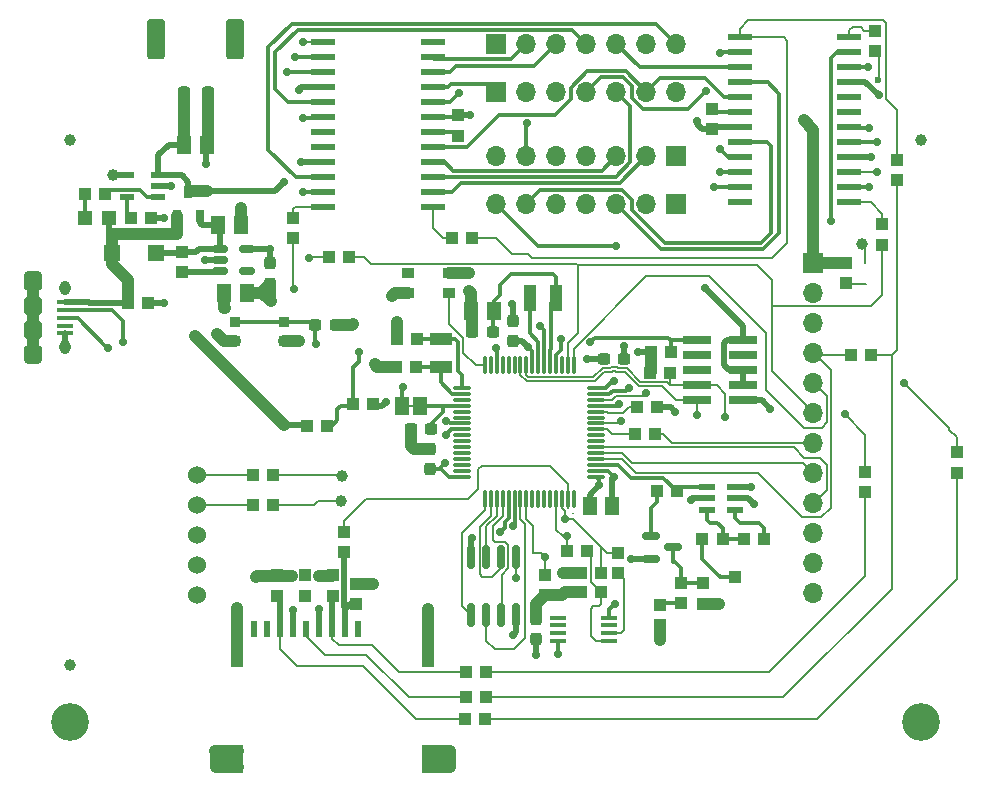
<source format=gbr>
%TF.GenerationSoftware,KiCad,Pcbnew,8.0.5*%
%TF.CreationDate,2024-11-04T18:47:40-08:00*%
%TF.ProjectId,digitalclock,64696769-7461-46c6-936c-6f636b2e6b69,rev?*%
%TF.SameCoordinates,Original*%
%TF.FileFunction,Copper,L1,Top*%
%TF.FilePolarity,Positive*%
%FSLAX46Y46*%
G04 Gerber Fmt 4.6, Leading zero omitted, Abs format (unit mm)*
G04 Created by KiCad (PCBNEW 8.0.5) date 2024-11-04 18:47:40*
%MOMM*%
%LPD*%
G01*
G04 APERTURE LIST*
G04 Aperture macros list*
%AMRoundRect*
0 Rectangle with rounded corners*
0 $1 Rounding radius*
0 $2 $3 $4 $5 $6 $7 $8 $9 X,Y pos of 4 corners*
0 Add a 4 corners polygon primitive as box body*
4,1,4,$2,$3,$4,$5,$6,$7,$8,$9,$2,$3,0*
0 Add four circle primitives for the rounded corners*
1,1,$1+$1,$2,$3*
1,1,$1+$1,$4,$5*
1,1,$1+$1,$6,$7*
1,1,$1+$1,$8,$9*
0 Add four rect primitives between the rounded corners*
20,1,$1+$1,$2,$3,$4,$5,0*
20,1,$1+$1,$4,$5,$6,$7,0*
20,1,$1+$1,$6,$7,$8,$9,0*
20,1,$1+$1,$8,$9,$2,$3,0*%
G04 Aperture macros list end*
%TA.AperFunction,SMDPad,CuDef*%
%ADD10R,1.075000X1.000000*%
%TD*%
%TA.AperFunction,SMDPad,CuDef*%
%ADD11RoundRect,0.237500X-0.300000X-0.237500X0.300000X-0.237500X0.300000X0.237500X-0.300000X0.237500X0*%
%TD*%
%TA.AperFunction,ComponentPad*%
%ADD12C,1.524000*%
%TD*%
%TA.AperFunction,SMDPad,CuDef*%
%ADD13R,1.240000X1.500000*%
%TD*%
%TA.AperFunction,SMDPad,CuDef*%
%ADD14R,2.400000X0.760000*%
%TD*%
%TA.AperFunction,SMDPad,CuDef*%
%ADD15R,1.000000X1.075000*%
%TD*%
%TA.AperFunction,SMDPad,CuDef*%
%ADD16C,1.000000*%
%TD*%
%TA.AperFunction,SMDPad,CuDef*%
%ADD17R,0.620000X1.400000*%
%TD*%
%TA.AperFunction,SMDPad,CuDef*%
%ADD18R,1.100000X2.400000*%
%TD*%
%TA.AperFunction,SMDPad,CuDef*%
%ADD19RoundRect,0.237500X0.300000X0.237500X-0.300000X0.237500X-0.300000X-0.237500X0.300000X-0.237500X0*%
%TD*%
%TA.AperFunction,SMDPad,CuDef*%
%ADD20R,1.400000X0.450000*%
%TD*%
%TA.AperFunction,SMDPad,CuDef*%
%ADD21RoundRect,0.075000X-0.662500X-0.075000X0.662500X-0.075000X0.662500X0.075000X-0.662500X0.075000X0*%
%TD*%
%TA.AperFunction,SMDPad,CuDef*%
%ADD22RoundRect,0.075000X-0.075000X-0.662500X0.075000X-0.662500X0.075000X0.662500X-0.075000X0.662500X0*%
%TD*%
%TA.AperFunction,SMDPad,CuDef*%
%ADD23R,1.900000X1.100000*%
%TD*%
%TA.AperFunction,ComponentPad*%
%ADD24R,1.000000X1.000000*%
%TD*%
%TA.AperFunction,SMDPad,CuDef*%
%ADD25RoundRect,0.237500X0.237500X-0.300000X0.237500X0.300000X-0.237500X0.300000X-0.237500X-0.300000X0*%
%TD*%
%TA.AperFunction,SMDPad,CuDef*%
%ADD26R,1.400000X1.400000*%
%TD*%
%TA.AperFunction,SMDPad,CuDef*%
%ADD27R,1.200000X1.200000*%
%TD*%
%TA.AperFunction,SMDPad,CuDef*%
%ADD28R,1.016000X2.200000*%
%TD*%
%TA.AperFunction,SMDPad,CuDef*%
%ADD29RoundRect,0.073750X-0.611250X-0.221250X0.611250X-0.221250X0.611250X0.221250X-0.611250X0.221250X0*%
%TD*%
%TA.AperFunction,SMDPad,CuDef*%
%ADD30R,0.635000X1.016000*%
%TD*%
%TA.AperFunction,ComponentPad*%
%ADD31C,3.200000*%
%TD*%
%TA.AperFunction,SMDPad,CuDef*%
%ADD32R,0.900000X0.900000*%
%TD*%
%TA.AperFunction,SMDPad,CuDef*%
%ADD33RoundRect,0.150000X-0.512500X-0.150000X0.512500X-0.150000X0.512500X0.150000X-0.512500X0.150000X0*%
%TD*%
%TA.AperFunction,SMDPad,CuDef*%
%ADD34C,0.300000*%
%TD*%
%TA.AperFunction,ComponentPad*%
%ADD35R,1.700000X1.700000*%
%TD*%
%TA.AperFunction,ComponentPad*%
%ADD36O,1.700000X1.700000*%
%TD*%
%TA.AperFunction,SMDPad,CuDef*%
%ADD37R,1.200000X0.550000*%
%TD*%
%TA.AperFunction,SMDPad,CuDef*%
%ADD38R,1.168400X1.600200*%
%TD*%
%TA.AperFunction,SMDPad,CuDef*%
%ADD39R,0.635000X0.203200*%
%TD*%
%TA.AperFunction,SMDPad,CuDef*%
%ADD40RoundRect,0.250000X0.250000X1.500000X-0.250000X1.500000X-0.250000X-1.500000X0.250000X-1.500000X0*%
%TD*%
%TA.AperFunction,SMDPad,CuDef*%
%ADD41RoundRect,0.250001X0.499999X1.449999X-0.499999X1.449999X-0.499999X-1.449999X0.499999X-1.449999X0*%
%TD*%
%TA.AperFunction,SMDPad,CuDef*%
%ADD42RoundRect,0.237500X-0.237500X0.300000X-0.237500X-0.300000X0.237500X-0.300000X0.237500X0.300000X0*%
%TD*%
%TA.AperFunction,SMDPad,CuDef*%
%ADD43RoundRect,0.150000X-0.150000X0.825000X-0.150000X-0.825000X0.150000X-0.825000X0.150000X0.825000X0*%
%TD*%
%TA.AperFunction,SMDPad,CuDef*%
%ADD44RoundRect,0.100000X-0.575000X0.100000X-0.575000X-0.100000X0.575000X-0.100000X0.575000X0.100000X0*%
%TD*%
%TA.AperFunction,ComponentPad*%
%ADD45O,1.550000X0.890000*%
%TD*%
%TA.AperFunction,SMDPad,CuDef*%
%ADD46RoundRect,0.250000X-0.525000X0.475000X-0.525000X-0.475000X0.525000X-0.475000X0.525000X0.475000X0*%
%TD*%
%TA.AperFunction,ComponentPad*%
%ADD47O,0.950000X1.250000*%
%TD*%
%TA.AperFunction,SMDPad,CuDef*%
%ADD48RoundRect,0.250000X-0.525000X0.500000X-0.525000X-0.500000X0.525000X-0.500000X0.525000X0.500000X0*%
%TD*%
%TA.AperFunction,SMDPad,CuDef*%
%ADD49RoundRect,0.073750X-0.951250X-0.221250X0.951250X-0.221250X0.951250X0.221250X-0.951250X0.221250X0*%
%TD*%
%TA.AperFunction,SMDPad,CuDef*%
%ADD50RoundRect,0.150000X-0.587500X-0.150000X0.587500X-0.150000X0.587500X0.150000X-0.587500X0.150000X0*%
%TD*%
%TA.AperFunction,SMDPad,CuDef*%
%ADD51RoundRect,0.073750X0.951250X0.221250X-0.951250X0.221250X-0.951250X-0.221250X0.951250X-0.221250X0*%
%TD*%
%TA.AperFunction,SMDPad,CuDef*%
%ADD52R,1.000000X0.850000*%
%TD*%
%TA.AperFunction,ViaPad*%
%ADD53C,0.700000*%
%TD*%
%TA.AperFunction,ViaPad*%
%ADD54C,1.000000*%
%TD*%
%TA.AperFunction,ViaPad*%
%ADD55C,0.600000*%
%TD*%
%TA.AperFunction,Conductor*%
%ADD56C,1.000000*%
%TD*%
%TA.AperFunction,Conductor*%
%ADD57C,0.500000*%
%TD*%
%TA.AperFunction,Conductor*%
%ADD58C,0.300000*%
%TD*%
%TA.AperFunction,Conductor*%
%ADD59C,0.150000*%
%TD*%
%TA.AperFunction,Conductor*%
%ADD60C,0.200000*%
%TD*%
G04 APERTURE END LIST*
%TA.AperFunction,EtchedComponent*%
%TO.C,NT1*%
G36*
X149191600Y-94409400D02*
G01*
X148691600Y-94409400D01*
X148691600Y-94109400D01*
X149191600Y-94109400D01*
X149191600Y-94409400D01*
G37*
%TD.AperFunction*%
%TD*%
D10*
%TO.P,R13,1,1*%
%TO.N,/MCU_OSC/D13*%
X165740000Y-94400000D03*
%TO.P,R13,2,2*%
%TO.N,GND*%
X167440000Y-94400000D03*
%TD*%
D11*
%TO.P,C11,1,1*%
%TO.N,+3V3*%
X162887500Y-90318750D03*
%TO.P,C11,2,2*%
%TO.N,GND*%
X164612500Y-90318750D03*
%TD*%
D12*
%TO.P,J4,1,Pin_1*%
%TO.N,+3V3*%
X128440000Y-110280000D03*
%TO.P,J4,2,Pin_2*%
%TO.N,/Light Sensor/3Vo*%
X128440000Y-107740000D03*
%TO.P,J4,3,Pin_3*%
%TO.N,GND*%
X128440000Y-105200000D03*
%TO.P,J4,4,Pin_4*%
%TO.N,/SCL*%
X128440000Y-102660000D03*
%TO.P,J4,5,Pin_5*%
%TO.N,/SDA*%
X128440000Y-100120000D03*
%TD*%
D10*
%TO.P,R32,1*%
%TO.N,/SDA*%
X134874000Y-100158000D03*
%TO.P,R32,2*%
X133174000Y-100158000D03*
%TD*%
%TO.P,R11,1*%
%TO.N,VBAT*%
X137780000Y-95940000D03*
%TO.P,R11,2*%
%TO.N,/MCU_OSC/V_DIV*%
X139480000Y-95940000D03*
%TD*%
%TO.P,R4,1,1*%
%TO.N,+3V3*%
X166860000Y-89710000D03*
%TO.P,R4,2,2*%
%TO.N,/~{RST}*%
X168560000Y-89710000D03*
%TD*%
D13*
%TO.P,C1,1,1*%
%TO.N,VBAT*%
X127370000Y-72140000D03*
%TO.P,C1,2,2*%
%TO.N,GND*%
X129270000Y-72140000D03*
%TD*%
D14*
%TO.P,J1,1,Pin_1*%
%TO.N,+3V3*%
X174710000Y-93770000D03*
%TO.P,J1,2,Pin_2*%
%TO.N,/SWDIO*%
X170810000Y-93770000D03*
%TO.P,J1,3,Pin_3*%
%TO.N,GND*%
X174710000Y-92500000D03*
%TO.P,J1,4,Pin_4*%
%TO.N,/SWCLK*%
X170810000Y-92500000D03*
%TO.P,J1,5,Pin_5*%
%TO.N,GND*%
X174710000Y-91230000D03*
%TO.P,J1,6,Pin_6*%
%TO.N,/SWD/SWO*%
X170810000Y-91230000D03*
%TO.P,J1,7,Pin_7*%
%TO.N,/SWD/Key*%
X174710000Y-89960000D03*
%TO.P,J1,8,Pin_8*%
%TO.N,/SWD/n{slash}c*%
X170810000Y-89960000D03*
%TO.P,J1,9,Pin_9*%
%TO.N,GND*%
X174710000Y-88690000D03*
%TO.P,J1,10,Pin_10*%
%TO.N,/~{RST}*%
X170810000Y-88690000D03*
%TD*%
D15*
%TO.P,R24,1*%
%TO.N,/MISO*%
X192786000Y-98210000D03*
%TO.P,R24,2*%
X192786000Y-99910000D03*
%TD*%
D10*
%TO.P,R31,1*%
%TO.N,/SCL*%
X134874000Y-102666800D03*
%TO.P,R31,2*%
X133174000Y-102666800D03*
%TD*%
D16*
%TO.P,FID3,*%
%TO.N,*%
X117720000Y-116200000D03*
%TD*%
D15*
%TO.P,C13,1*%
%TO.N,Net-(D2-K)*%
X171259000Y-109300000D03*
%TO.P,C13,2*%
%TO.N,GND*%
X171259000Y-111000000D03*
%TD*%
D17*
%TO.P,J2,P1,DAT2*%
%TO.N,unconnected-(J2-DAT2-PadP1)*%
X142050000Y-113160000D03*
%TO.P,J2,P2,~{CS}*%
%TO.N,/CS2*%
X140950000Y-113160000D03*
%TO.P,J2,P3,MOSI*%
%TO.N,/MOSI*%
X139850000Y-113160000D03*
%TO.P,J2,P4,VDD*%
%TO.N,+3V3*%
X138750000Y-113160000D03*
%TO.P,J2,P5,CLK*%
%TO.N,/SCLK*%
X137650000Y-113160000D03*
%TO.P,J2,P6,VSS*%
%TO.N,GND*%
X136550000Y-113160000D03*
%TO.P,J2,P7,MISO*%
%TO.N,/MISO*%
X135450000Y-113160000D03*
%TO.P,J2,P8,DAT1*%
%TO.N,unconnected-(J2-DAT1-PadP8)*%
X134350000Y-113160000D03*
%TO.P,J2,P9,CD*%
%TO.N,unconnected-(J2-CD-PadP9)*%
X133250000Y-113160000D03*
D18*
%TO.P,J2,SH1,SHIELD*%
%TO.N,GND*%
X131870000Y-124160000D03*
%TO.P,J2,SH2,SHIELD__1*%
X131870000Y-115160000D03*
%TO.P,J2,SH3,SHIELD__2*%
X148020000Y-115160000D03*
%TO.P,J2,SH4,SHIELD__3*%
X148020000Y-124160000D03*
%TD*%
D11*
%TO.P,C2,1,1*%
%TO.N,/~{RST}*%
X138485000Y-87380000D03*
%TO.P,C2,2,2*%
%TO.N,GND*%
X140210000Y-87380000D03*
%TD*%
D19*
%TO.P,C3,1,1*%
%TO.N,Net-(L1-1)*%
X153487500Y-88020000D03*
%TO.P,C3,2,2*%
%TO.N,GND*%
X151762500Y-88020000D03*
%TD*%
D15*
%TO.P,R10,1,1*%
%TO.N,+3V3*%
X157930000Y-110250000D03*
%TO.P,R10,2,2*%
%TO.N,/CS*%
X157930000Y-108550000D03*
%TD*%
D20*
%TO.P,U5,1,SDA*%
%TO.N,/SDA*%
X163380000Y-114135000D03*
%TO.P,U5,2,SCL*%
%TO.N,/SCL*%
X163380000Y-113485000D03*
%TO.P,U5,3,ALERT*%
%TO.N,/Temperature Sensor/ALERT*%
X163380000Y-112835000D03*
%TO.P,U5,4,GND*%
%TO.N,GND*%
X163380000Y-112185000D03*
%TO.P,U5,5,A2*%
%TO.N,/Temperature Sensor/A2*%
X158980000Y-112185000D03*
%TO.P,U5,6,A1*%
%TO.N,/Temperature Sensor/A1*%
X158980000Y-112835000D03*
%TO.P,U5,7,A0*%
%TO.N,/Temperature Sensor/A0*%
X158980000Y-113485000D03*
%TO.P,U5,8,VDD*%
%TO.N,+3V3*%
X158980000Y-114135000D03*
%TD*%
D15*
%TO.P,R40,1*%
%TO.N,/CS3*%
X185851800Y-64197600D03*
%TO.P,R40,2*%
X185851800Y-62497600D03*
%TD*%
D21*
%TO.P,U$1,1,PA00/EINT0/SERCOM1.0*%
%TO.N,Net-(U$1A-PA00{slash}EINT0{slash}SERCOM1.0)*%
X150925000Y-92750000D03*
%TO.P,U$1,2,PA01/EINT1/SERCOM1.1*%
%TO.N,Net-(U$1A-PA01{slash}EINT1{slash}SERCOM1.1)*%
X150925000Y-93250000D03*
%TO.P,U$1,3,PA02/EINT2/AIN0/VOUT0*%
%TO.N,/MCU_OSC/A0*%
X150925000Y-93750000D03*
%TO.P,U$1,4,PA03/I3/VREFA/AIN1*%
%TO.N,/AREF*%
X150925000Y-94250000D03*
%TO.P,U$1,5,PB04/I4/AIN6*%
%TO.N,unconnected-(U$1B-PB04{slash}I4{slash}AIN6-Pad5)*%
X150925000Y-94750000D03*
%TO.P,U$1,6,PB05/I5/AIN7*%
%TO.N,unconnected-(U$1B-PB05{slash}I5{slash}AIN7-Pad6)*%
X150925000Y-95250000D03*
%TO.P,U$1,7,GND_0*%
%TO.N,GND*%
X150925000Y-95750000D03*
%TO.P,U$1,8,VDDANA*%
%TO.N,+3V3*%
X150925000Y-96250000D03*
%TO.P,U$1,9,PB06/I6/AIN8*%
%TO.N,unconnected-(U$1B-PB06{slash}I6{slash}AIN8-Pad9)*%
X150925000Y-96750000D03*
%TO.P,U$1,10,PB07/I7/AIN9*%
%TO.N,unconnected-(U$1B-PB07{slash}I7{slash}AIN9-Pad10)*%
X150925000Y-97250000D03*
%TO.P,U$1,11,PB08/I8/AIN2/SERCOM4.0*%
%TO.N,/MCU_OSC/A2*%
X150925000Y-97750000D03*
%TO.P,U$1,12,PB09/I9/AIN3/SERCOM4.1*%
%TO.N,/MCU_OSC/A3*%
X150925000Y-98250000D03*
%TO.P,U$1,13,PA04/I4/VREFB/AIN4/SERCOM0.0*%
%TO.N,/MCU_OSC/A4*%
X150925000Y-98750000D03*
%TO.P,U$1,14,PA05/I5/AIN5/VOUT1/SERCOM0.1*%
%TO.N,/MCU_OSC/A1*%
X150925000Y-99250000D03*
%TO.P,U$1,15,PA06/I6/VREFC/AIN6/SERCOM0.2*%
%TO.N,/MCU_OSC/A5*%
X150925000Y-99750000D03*
%TO.P,U$1,16,PA07/I7/AIN7/SERCOM0.3*%
%TO.N,+3V3*%
X150925000Y-100250000D03*
D22*
%TO.P,U$1,17,PA08/I2C/AIN8/SERCOM0.0+2.1/I2SMCK*%
%TO.N,/DATA0*%
X152837500Y-102162500D03*
%TO.P,U$1,18,PA09/I2C/I9/AIN9/SERCOM0.1+2.0/I2SFS0*%
%TO.N,/DATA1*%
X153337500Y-102162500D03*
%TO.P,U$1,19,PA10/I10/AIN10/SERCOM0+2.2/I2SCK*%
%TO.N,/DATA2*%
X153837500Y-102162500D03*
%TO.P,U$1,20,PA11/I11/AIN11/SERCOM0+2.3/I2SDO*%
%TO.N,/DATA3*%
X154337500Y-102162500D03*
%TO.P,U$1,21,VDDIO_0*%
%TO.N,+3V3*%
X154837500Y-102162500D03*
%TO.P,U$1,22,GND_1*%
%TO.N,GND*%
X155337500Y-102162500D03*
%TO.P,U$1,23,PB10/I10/SERCOM4.2/I2SDI*%
%TO.N,/SCK*%
X155837500Y-102162500D03*
%TO.P,U$1,24,PB11/I11/SERCOM4.3/I2SFS1*%
%TO.N,/CS*%
X156337500Y-102162500D03*
%TO.P,U$1,25,PB12/I12/SERCOM4.0/I2SCK1*%
%TO.N,unconnected-(U$1B-PB12{slash}I12{slash}SERCOM4.0{slash}I2SCK1-Pad25)*%
X156837500Y-102162500D03*
%TO.P,U$1,26,PB13/I13/SERCOM4.1/I2SMCK1*%
%TO.N,unconnected-(U$1B-PB13{slash}I13{slash}SERCOM4.1{slash}I2SMCK1-Pad26)*%
X157337500Y-102162500D03*
%TO.P,U$1,27,PB14/I14/SERCOM4.2/PCC8*%
%TO.N,unconnected-(U$1B-PB14{slash}I14{slash}SERCOM4.2{slash}PCC8-Pad27)*%
X157837500Y-102162500D03*
%TO.P,U$1,28,PB15/I15/SERCOM4.3/PCC9*%
%TO.N,unconnected-(U$1B-PB15{slash}I15{slash}SERCOM4.3{slash}PCC9-Pad28)*%
X158337500Y-102162500D03*
%TO.P,U$1,29,PA12/I12/I2C/SERCOM2.0+4.1*%
%TO.N,/SDA*%
X158837500Y-102162500D03*
%TO.P,U$1,30,PA13/I13/I2C/SERCOM2.1+4.0*%
%TO.N,/SCL*%
X159337500Y-102162500D03*
%TO.P,U$1,31,PA14/I14/SERCOM2+4.2*%
%TO.N,/CS2*%
X159837500Y-102162500D03*
%TO.P,U$1,32,PA15/I15/SERCOM2+4.3*%
%TO.N,unconnected-(U$1A-PA15{slash}I15{slash}SERCOM2+4.3-Pad32)*%
X160337500Y-102162500D03*
D21*
%TO.P,U$1,33,GND_2*%
%TO.N,GND*%
X162250000Y-100250000D03*
%TO.P,U$1,34,VDDIO_1*%
%TO.N,+3V3*%
X162250000Y-99750000D03*
%TO.P,U$1,35,PA16/I2C/I0/SERCOM1.0+3.1*%
%TO.N,/ON{slash}OFF*%
X162250000Y-99250000D03*
%TO.P,U$1,36,PA17/I2C/I1/SERCOM1.1+3.0*%
%TO.N,/SCLK*%
X162250000Y-98750000D03*
%TO.P,U$1,37,PA18/I2/SERCOM1+3.2*%
%TO.N,/BUSY*%
X162250000Y-98250000D03*
%TO.P,U$1,38,PA19/I3/SERCOM1+3.3*%
%TO.N,/~{WIFIRST}*%
X162250000Y-97750000D03*
%TO.P,U$1,39,PB16/I0/SERCOM5.0/I2SCK0*%
%TO.N,/MCU_OSC/TX_D1*%
X162250000Y-97250000D03*
%TO.P,U$1,40,PB17/SERCOM5.1/I2SMCK0*%
%TO.N,/MCU_OSC/RX_D0*%
X162250000Y-96750000D03*
%TO.P,U$1,41,PA20/I4/SERCOM3+5.2/I2SFS0*%
%TO.N,/CS1*%
X162250000Y-96250000D03*
%TO.P,U$1,42,PA21/I5/SERCOM3+5.3/I2SDO*%
%TO.N,/CS3*%
X162250000Y-95750000D03*
%TO.P,U$1,43,PA22/I2C/16/SERCOM3.0+5.1/I2SDI*%
%TO.N,/MCU_OSC/D12*%
X162250000Y-95250000D03*
%TO.P,U$1,44,PA23/I2C/I7/SERCOM3.1+5.0/SOF/I2SFS1*%
%TO.N,/MCU_OSC/D13*%
X162250000Y-94750000D03*
%TO.P,U$1,45,PA24/I8/SERCOM3+5.2/D-*%
%TO.N,/D-*%
X162250000Y-94250000D03*
%TO.P,U$1,46,PA25/19/SERCOM3+5.3/D+*%
%TO.N,/D+*%
X162250000Y-93750000D03*
%TO.P,U$1,47,GND_3*%
%TO.N,GND*%
X162250000Y-93250000D03*
%TO.P,U$1,48,VDDIO_2*%
%TO.N,+3V3*%
X162250000Y-92750000D03*
D22*
%TO.P,U$1,49,PB22/I6/SERCOM1+5.2*%
%TO.N,/MISO*%
X160337500Y-90837500D03*
%TO.P,U$1,50,PB23/I7/SERCOM1+5.3*%
%TO.N,/MOSI*%
X159837500Y-90837500D03*
%TO.P,U$1,51,PA27/I11*%
%TO.N,unconnected-(U$1A-PA27{slash}I11-Pad51)*%
X159337500Y-90837500D03*
%TO.P,U$1,52,~{RESET}*%
%TO.N,/~{RST}*%
X158837500Y-90837500D03*
%TO.P,U$1,53,VDDCORE*%
%TO.N,Net-(L1-1)*%
X158337500Y-90837500D03*
%TO.P,U$1,54,GND_4*%
%TO.N,GND*%
X157837500Y-90837500D03*
%TO.P,U$1,55,VSW*%
%TO.N,Net-(L1-2)*%
X157337500Y-90837500D03*
%TO.P,U$1,56,VDDIO_3*%
%TO.N,+3V3*%
X156837500Y-90837500D03*
%TO.P,U$1,57,PA30/I14/SERCOM1.2/SWCLK*%
%TO.N,/SWCLK*%
X156337500Y-90837500D03*
%TO.P,U$1,58,PA31/I15/SERCOM1.3/SWDIO*%
%TO.N,/SWDIO*%
X155837500Y-90837500D03*
%TO.P,U$1,59,PB30/I14/SERCOM5.1/SWO*%
%TO.N,unconnected-(U$1B-PB30{slash}I14{slash}SERCOM5.1{slash}SWO-Pad59)*%
X155337500Y-90837500D03*
%TO.P,U$1,60,PB31/I15/SERCOM5.0*%
%TO.N,unconnected-(U$1B-PB31{slash}I15{slash}SERCOM5.0-Pad60)*%
X154837500Y-90837500D03*
%TO.P,U$1,61,PB00/I0/AIN12/SERCOM5.2*%
%TO.N,unconnected-(U$1B-PB00{slash}I0{slash}AIN12{slash}SERCOM5.2-Pad61)*%
X154337500Y-90837500D03*
%TO.P,U$1,62,PB01/I1/AIN13/SERCOM5.3*%
%TO.N,/MCU_OSC/V_DIV*%
X153837500Y-90837500D03*
%TO.P,U$1,63,PB02/I2/AIN14/SERCOM5.0*%
%TO.N,unconnected-(U$1B-PB02{slash}I2{slash}AIN14{slash}SERCOM5.0-Pad63)*%
X153337500Y-90837500D03*
%TO.P,U$1,64,PB03/I3/AIN15/SERCOM5.1*%
%TO.N,/MCU_OSC/D8_NEOPIX*%
X152837500Y-90837500D03*
%TD*%
D23*
%TO.P,X3,P$1,P$1*%
%TO.N,Net-(U$1A-PA00{slash}EINT0{slash}SERCOM1.0)*%
X149100000Y-88600000D03*
%TO.P,X3,P$2,P$2*%
%TO.N,Net-(U$1A-PA01{slash}EINT1{slash}SERCOM1.1)*%
X149100000Y-91000000D03*
%TD*%
D24*
%TO.P,TP1,1,1*%
%TO.N,Net-(R9-Pad2)*%
X174040800Y-108712000D03*
%TD*%
D25*
%TO.P,C12,1,1*%
%TO.N,+3V3*%
X155200000Y-88762500D03*
%TO.P,C12,2,2*%
%TO.N,GND*%
X155200000Y-87037500D03*
%TD*%
D26*
%TO.P,D1,A,A*%
%TO.N,VBUS*%
X121300000Y-81330000D03*
%TO.P,D1,C,C*%
%TO.N,/Power/Vin*%
X125000000Y-81330000D03*
%TD*%
D15*
%TO.P,R36,1*%
%TO.N,VBAT*%
X183388000Y-82170800D03*
%TO.P,R36,2*%
%TO.N,/CS3*%
X183388000Y-83870800D03*
%TD*%
%TO.P,R8,1*%
%TO.N,+3V3*%
X167690800Y-112799600D03*
%TO.P,R8,2*%
%TO.N,Net-(D2-A)*%
X167690800Y-111099600D03*
%TD*%
%TO.P,R28,1*%
%TO.N,/SCL*%
X164084000Y-108419000D03*
%TO.P,R28,2*%
X164084000Y-106719000D03*
%TD*%
D10*
%TO.P,C15,1,1*%
%TO.N,Net-(U$1A-PA01{slash}EINT1{slash}SERCOM1.1)*%
X147010900Y-90958200D03*
%TO.P,C15,2,2*%
%TO.N,GND*%
X145310900Y-90958200D03*
%TD*%
D27*
%TO.P,CHG1,A,A*%
%TO.N,VBUS*%
X121040000Y-78320000D03*
%TO.P,CHG1,C,C*%
%TO.N,Net-(CHG1-PadC)*%
X118940000Y-78320000D03*
%TD*%
D10*
%TO.P,R7,1*%
%TO.N,/ON{slash}OFF*%
X169100000Y-101500000D03*
%TO.P,R7,2*%
%TO.N,Net-(Q2-B)*%
X167400000Y-101500000D03*
%TD*%
D13*
%TO.P,C9,1,1*%
%TO.N,+3V3*%
X163600000Y-102700000D03*
%TO.P,C9,2,2*%
%TO.N,GND*%
X161700000Y-102700000D03*
%TD*%
D28*
%TO.P,L1,P$1,1*%
%TO.N,Net-(L1-1)*%
X158877000Y-85140000D03*
%TO.P,L1,P$2,2*%
%TO.N,Net-(L1-2)*%
X156623000Y-85140000D03*
%TD*%
D19*
%TO.P,C8,1,1*%
%TO.N,/AREF*%
X148262500Y-96200000D03*
%TO.P,C8,2,2*%
%TO.N,GND*%
X146537500Y-96200000D03*
%TD*%
D10*
%TO.P,R27,1*%
%TO.N,/SDA*%
X159805000Y-106553000D03*
%TO.P,R27,2*%
X161505000Y-106553000D03*
%TD*%
%TO.P,R23,1*%
%TO.N,/SCLK*%
X183808000Y-89916000D03*
%TO.P,R23,2*%
X185508000Y-89916000D03*
%TD*%
D29*
%TO.P,U3,1,OUT*%
%TO.N,/ON{slash}OFF*%
X171630000Y-101150000D03*
%TO.P,U3,2,VSS*%
%TO.N,GND*%
X171630000Y-102100000D03*
%TO.P,U3,3,SNSK*%
%TO.N,Net-(U3-SNSK)*%
X171630000Y-103050000D03*
%TO.P,U3,4,SNS*%
%TO.N,Net-(U3-SNS)*%
X173970000Y-103050000D03*
%TO.P,U3,5,VDD*%
%TO.N,+3V3*%
X173970000Y-102100000D03*
%TO.P,U3,6,SYNC/MODE*%
%TO.N,GND*%
X173970000Y-101150000D03*
%TD*%
D10*
%TO.P,R14,1,1*%
%TO.N,+3V3*%
X166810000Y-91450000D03*
%TO.P,R14,2,2*%
%TO.N,/SWCLK*%
X168510000Y-91450000D03*
%TD*%
D15*
%TO.P,R20,1*%
%TO.N,+3V3*%
X135255000Y-108624000D03*
%TO.P,R20,2*%
%TO.N,/MISO*%
X135255000Y-110324000D03*
%TD*%
D10*
%TO.P,C16,1,1*%
%TO.N,Net-(U$1A-PA00{slash}EINT0{slash}SERCOM1.0)*%
X147050000Y-88570000D03*
%TO.P,C16,2,2*%
%TO.N,GND*%
X145350000Y-88570000D03*
%TD*%
%TO.P,R30,1*%
%TO.N,+3V3*%
X160980000Y-110000000D03*
%TO.P,R30,2*%
%TO.N,/SDA*%
X162680000Y-110000000D03*
%TD*%
D30*
%TO.P,Q1,1,G*%
%TO.N,VBUS*%
X126780000Y-78190000D03*
%TO.P,Q1,2,S*%
%TO.N,/Power/Vin*%
X128680000Y-78190000D03*
%TO.P,Q1,3,D*%
%TO.N,VBAT*%
X127730000Y-76190000D03*
%TD*%
D15*
%TO.P,R39,1*%
%TO.N,/MOSI*%
X186486800Y-80606000D03*
%TO.P,R39,2*%
X186486800Y-78906000D03*
%TD*%
%TO.P,R25,1*%
%TO.N,/MOSI*%
X185039000Y-99861000D03*
%TO.P,R25,2*%
X185039000Y-101561000D03*
%TD*%
D31*
%TO.P,P$1,P$1*%
%TO.N,N/C*%
X117720000Y-121070000D03*
%TD*%
D10*
%TO.P,R3,1*%
%TO.N,VBUS*%
X122590000Y-85520000D03*
%TO.P,R3,2*%
%TO.N,GND*%
X124290000Y-85520000D03*
%TD*%
D15*
%TO.P,R35,1*%
%TO.N,/CS3*%
X136601200Y-80047200D03*
%TO.P,R35,2*%
X136601200Y-78347200D03*
%TD*%
%TO.P,R19,1*%
%TO.N,+3V3*%
X137617200Y-108624000D03*
%TO.P,R19,2*%
%TO.N,/SCLK*%
X137617200Y-110324000D03*
%TD*%
D32*
%TO.P,SW1,A,P*%
%TO.N,/~{RST}*%
X135810000Y-87140000D03*
%TO.P,SW1,A',P1*%
X131710000Y-87140000D03*
%TO.P,SW1,B,S*%
%TO.N,GND*%
X135810000Y-88740000D03*
%TO.P,SW1,B',S1*%
X131710000Y-88740000D03*
%TD*%
D10*
%TO.P,R9,1*%
%TO.N,Net-(U3-SNSK)*%
X172950000Y-105500000D03*
%TO.P,R9,2*%
%TO.N,Net-(R9-Pad2)*%
X171250000Y-105500000D03*
%TD*%
%TO.P,C14,1*%
%TO.N,Net-(U3-SNSK)*%
X174750000Y-105500000D03*
%TO.P,C14,2*%
%TO.N,Net-(U3-SNS)*%
X176450000Y-105500000D03*
%TD*%
D33*
%TO.P,U2,1,VIN*%
%TO.N,/Power/Vin*%
X130435000Y-80960000D03*
%TO.P,U2,2,GND*%
%TO.N,GND*%
X130435000Y-81910000D03*
%TO.P,U2,3,EN*%
%TO.N,/Power/EN*%
X130435000Y-82860000D03*
%TO.P,U2,4,NC*%
%TO.N,unconnected-(U2-NC-Pad4)*%
X132710000Y-82860000D03*
%TO.P,U2,5,VOUT*%
%TO.N,+3V3*%
X132710000Y-80960000D03*
%TD*%
D13*
%TO.P,C4,1,1*%
%TO.N,/Power/Vin*%
X130260000Y-78980000D03*
%TO.P,C4,2,2*%
%TO.N,GND*%
X132160000Y-78980000D03*
%TD*%
D10*
%TO.P,R29,1*%
%TO.N,+3V3*%
X160970000Y-108380000D03*
%TO.P,R29,2*%
%TO.N,/SCL*%
X162670000Y-108380000D03*
%TD*%
D34*
%TO.P,NT1,1,1*%
%TO.N,/AREF*%
X149191600Y-94259400D03*
%TO.P,NT1,2,2*%
%TO.N,+3V3*%
X148691600Y-94259400D03*
%TD*%
D35*
%TO.P,J6,1,Pin_1*%
%TO.N,/Display/RED_1*%
X169030000Y-73150000D03*
D36*
%TO.P,J6,2,Pin_2*%
%TO.N,/Display/A*%
X166490000Y-73150000D03*
%TO.P,J6,3,Pin_3*%
%TO.N,/Display/B*%
X163950000Y-73150000D03*
%TO.P,J6,4,Pin_4*%
%TO.N,/Display/GREEN_1*%
X161410000Y-73150000D03*
%TO.P,J6,5,Pin_5*%
%TO.N,/Display/BLUE_1*%
X158870000Y-73150000D03*
%TO.P,J6,6,Pin_6*%
%TO.N,/Display/C*%
X156330000Y-73150000D03*
%TO.P,J6,7,Pin_7*%
%TO.N,/Display/BLUE_2*%
X153790000Y-73150000D03*
%TD*%
D35*
%TO.P,J7,1,Pin_1*%
%TO.N,/Display/E*%
X153790000Y-67700000D03*
D36*
%TO.P,J7,2,Pin_2*%
%TO.N,/Display/D*%
X156330000Y-67700000D03*
%TO.P,J7,3,Pin_3*%
%TO.N,/Display/DP*%
X158870000Y-67700000D03*
%TO.P,J7,4,Pin_4*%
%TO.N,/Display/RED_4*%
X161410000Y-67700000D03*
%TO.P,J7,5,Pin_5*%
%TO.N,/Display/F*%
X163950000Y-67700000D03*
%TO.P,J7,6,Pin_6*%
%TO.N,/Display/G*%
X166490000Y-67700000D03*
%TO.P,J7,7,Pin_7*%
%TO.N,/Display/GREEN_4*%
X169030000Y-67700000D03*
%TD*%
D37*
%TO.P,U1,1,STAT*%
%TO.N,Net-(U1-STAT)*%
X125150000Y-76610000D03*
%TO.P,U1,2,VSS*%
%TO.N,GND*%
X125150000Y-75660000D03*
%TO.P,U1,3,VBAT*%
%TO.N,VBAT*%
X125150000Y-74710000D03*
%TO.P,U1,4,VDD*%
%TO.N,VBUS*%
X122549800Y-74710000D03*
%TO.P,U1,5,PROG*%
%TO.N,Net-(U1-PROG)*%
X122549800Y-76610000D03*
%TD*%
D10*
%TO.P,R2,1,1*%
%TO.N,Net-(U1-PROG)*%
X122880000Y-78400000D03*
%TO.P,R2,2,2*%
%TO.N,GND*%
X124580000Y-78400000D03*
%TD*%
%TO.P,R15,1*%
%TO.N,/SCLK*%
X151190000Y-118900000D03*
%TO.P,R15,2*%
X152890000Y-118900000D03*
%TD*%
%TO.P,R26,1*%
%TO.N,/CS1*%
X165520000Y-96647000D03*
%TO.P,R26,2*%
X167220000Y-96647000D03*
%TD*%
D15*
%TO.P,R21,1*%
%TO.N,+3V3*%
X139954000Y-108624000D03*
%TO.P,R21,2*%
%TO.N,/MOSI*%
X139954000Y-110324000D03*
%TD*%
D38*
%TO.P,SJ1,1,1*%
%TO.N,+3V3*%
X147372000Y-94300000D03*
%TO.P,SJ1,2,2*%
X145848000Y-94300000D03*
D39*
%TO.P,SJ1,WIRE*%
%TO.N,N/C*%
X146610000Y-94300000D03*
%TD*%
D10*
%TO.P,R34,1*%
%TO.N,/MOSI*%
X139662800Y-81686400D03*
%TO.P,R34,2*%
X141362800Y-81686400D03*
%TD*%
D35*
%TO.P,J3,1,Pin_1*%
%TO.N,VBAT*%
X180650000Y-82170000D03*
D36*
%TO.P,J3,2,Pin_2*%
%TO.N,/Wi-Fi/3Vo*%
X180650000Y-84710000D03*
%TO.P,J3,3,Pin_3*%
%TO.N,GND*%
X180650000Y-87250000D03*
%TO.P,J3,4,Pin_4*%
%TO.N,/SCLK*%
X180650000Y-89790000D03*
%TO.P,J3,5,Pin_5*%
%TO.N,/MISO*%
X180650000Y-92330000D03*
%TO.P,J3,6,Pin_6*%
%TO.N,/MOSI*%
X180650000Y-94870000D03*
%TO.P,J3,7,Pin_7*%
%TO.N,/CS1*%
X180650000Y-97410000D03*
%TO.P,J3,8,Pin_8*%
%TO.N,/BUSY*%
X180650000Y-99950000D03*
%TO.P,J3,9,Pin_9*%
%TO.N,/~{WIFIRST}*%
X180650000Y-102490000D03*
%TO.P,J3,10,Pin_10*%
%TO.N,/Wi-Fi/GP0*%
X180650000Y-105030000D03*
%TO.P,J3,11,Pin_11*%
%TO.N,/Wi-Fi/RXI*%
X180650000Y-107570000D03*
%TO.P,J3,12,Pin_12*%
%TO.N,/Wi-Fi/TXO*%
X180650000Y-110110000D03*
%TD*%
D10*
%TO.P,R16,1*%
%TO.N,/MISO*%
X151170000Y-120780000D03*
%TO.P,R16,2*%
X152870000Y-120780000D03*
%TD*%
D40*
%TO.P,X1,1,1*%
%TO.N,GND*%
X129360000Y-68970000D03*
%TO.P,X1,2,2*%
%TO.N,VBAT*%
X127360000Y-68970000D03*
D41*
%TO.P,X1,MP*%
%TO.N,N/C*%
X131710000Y-63220000D03*
X125010000Y-63220000D03*
%TD*%
D31*
%TO.P,P$2,P$1*%
%TO.N,N/C*%
X189720000Y-121070000D03*
%TD*%
D15*
%TO.P,R38,1*%
%TO.N,/SCLK*%
X187706000Y-75170400D03*
%TO.P,R38,2*%
X187706000Y-73470400D03*
%TD*%
%TO.P,R18,1*%
%TO.N,/CS2*%
X140930000Y-106660000D03*
%TO.P,R18,2*%
X140930000Y-104960000D03*
%TD*%
D35*
%TO.P,J8,1,Pin_1*%
%TO.N,/Display/RED_3*%
X169030000Y-77150000D03*
D36*
%TO.P,J8,2,Pin_2*%
%TO.N,/Display/A*%
X166490000Y-77150000D03*
%TO.P,J8,3,Pin_3*%
%TO.N,/Display/B*%
X163950000Y-77150000D03*
%TO.P,J8,4,Pin_4*%
%TO.N,/Display/GREEN_3*%
X161410000Y-77150000D03*
%TO.P,J8,5,Pin_5*%
%TO.N,/Display/BLUE_3*%
X158870000Y-77150000D03*
%TO.P,J8,6,Pin_6*%
%TO.N,/Display/C*%
X156330000Y-77150000D03*
%TO.P,J8,7,Pin_7*%
%TO.N,/Display/BLUE_4*%
X153790000Y-77150000D03*
%TD*%
D15*
%TO.P,D2,1,K*%
%TO.N,Net-(D2-K)*%
X169469000Y-109260000D03*
%TO.P,D2,2,A*%
%TO.N,Net-(D2-A)*%
X169469000Y-110960000D03*
%TD*%
D10*
%TO.P,R12,1*%
%TO.N,/MCU_OSC/V_DIV*%
X141690000Y-94090000D03*
%TO.P,R12,2*%
%TO.N,GND*%
X143390000Y-94090000D03*
%TD*%
D15*
%TO.P,R5,1,1*%
%TO.N,/Power/Vin*%
X127210000Y-81230000D03*
%TO.P,R5,2,2*%
%TO.N,/Power/EN*%
X127210000Y-82930000D03*
%TD*%
D42*
%TO.P,C7,1,1*%
%TO.N,+3V3*%
X134630000Y-82187500D03*
%TO.P,C7,2,2*%
%TO.N,GND*%
X134630000Y-83912500D03*
%TD*%
D43*
%TO.P,U4,1,SSEL*%
%TO.N,/CS*%
X155505000Y-107025000D03*
%TO.P,U4,2,MISO*%
%TO.N,/DATA1*%
X154235000Y-107025000D03*
%TO.P,U4,3,WP#/IO2*%
%TO.N,/DATA2*%
X152965000Y-107025000D03*
%TO.P,U4,4,VSS*%
%TO.N,GND*%
X151695000Y-107025000D03*
%TO.P,U4,5,MOSI*%
%TO.N,/DATA0*%
X151695000Y-111975000D03*
%TO.P,U4,6,SCK*%
%TO.N,/SCK*%
X152965000Y-111975000D03*
%TO.P,U4,7,HOLD#/IO3*%
%TO.N,/DATA3*%
X154235000Y-111975000D03*
%TO.P,U4,8,VCC*%
%TO.N,+3V3*%
X155505000Y-111975000D03*
%TD*%
D13*
%TO.P,C6,1,1*%
%TO.N,+3V3*%
X130780000Y-84680000D03*
%TO.P,C6,2,2*%
%TO.N,GND*%
X132680000Y-84680000D03*
%TD*%
D15*
%TO.P,R41,1*%
%TO.N,VBAT*%
X172050000Y-70815000D03*
%TO.P,R41,2*%
%TO.N,Net-(U7-ISET)*%
X172050000Y-69115000D03*
%TD*%
D44*
%TO.P,X2,1,VBUS*%
%TO.N,VBUS*%
X117240000Y-85510000D03*
%TO.P,X2,2,D-*%
%TO.N,/D-*%
X117240000Y-86160000D03*
%TO.P,X2,3,D+*%
%TO.N,/D+*%
X117240000Y-86810000D03*
%TO.P,X2,4,ID*%
%TO.N,unconnected-(X2-ID-Pad4)*%
X117240000Y-87460000D03*
%TO.P,X2,5,GND*%
%TO.N,GND*%
X117240000Y-88110000D03*
D45*
%TO.P,X2,6,Shield*%
X114540000Y-83310000D03*
D46*
X114540000Y-83785000D03*
D47*
X117240000Y-84310000D03*
D48*
X114540000Y-85810000D03*
X114540000Y-87810000D03*
D47*
X117240000Y-89310000D03*
D46*
X114540000Y-89835000D03*
D45*
X114540000Y-90310000D03*
%TD*%
D10*
%TO.P,R17,1*%
%TO.N,/MOSI*%
X151190000Y-116770000D03*
%TO.P,R17,2*%
X152890000Y-116770000D03*
%TD*%
D16*
%TO.P,FID2,*%
%TO.N,*%
X189720000Y-71750000D03*
%TD*%
D10*
%TO.P,R33,1*%
%TO.N,/SCLK*%
X150039600Y-80060800D03*
%TO.P,R33,2*%
X151739600Y-80060800D03*
%TD*%
D15*
%TO.P,R22,1*%
%TO.N,+3V3*%
X141950000Y-109370000D03*
%TO.P,R22,2*%
%TO.N,/CS2*%
X141950000Y-111070000D03*
%TD*%
D10*
%TO.P,R1,1,1*%
%TO.N,Net-(CHG1-PadC)*%
X118950000Y-76320000D03*
%TO.P,R1,2,2*%
%TO.N,Net-(U1-STAT)*%
X120650000Y-76320000D03*
%TD*%
D49*
%TO.P,U6,1,DIN*%
%TO.N,/MOSI*%
X139090000Y-63470000D03*
%TO.P,U6,2,DIG_0*%
%TO.N,/Display/BLUE_1*%
X139090000Y-64740000D03*
%TO.P,U6,3,DIG_4*%
%TO.N,/Display/BLUE_2*%
X139090000Y-66010000D03*
%TO.P,U6,4,GND*%
%TO.N,GND*%
X139090000Y-67280000D03*
%TO.P,U6,5,DIG_6*%
%TO.N,/Display/RED_2*%
X139090000Y-68550000D03*
%TO.P,U6,6,DIG_2*%
%TO.N,/Display/RED_1*%
X139090000Y-69820000D03*
%TO.P,U6,7,DIG_3*%
%TO.N,unconnected-(U6-DIG_3-Pad7)*%
X139090000Y-71090000D03*
%TO.P,U6,8,DIG_7*%
%TO.N,unconnected-(U6-DIG_7-Pad8)*%
X139090000Y-72360000D03*
%TO.P,U6,9,GND__1*%
%TO.N,GND*%
X139090000Y-73630000D03*
%TO.P,U6,10,DIG_5*%
%TO.N,/Display/GREEN_2*%
X139090000Y-74900000D03*
%TO.P,U6,11,DIG_1*%
%TO.N,/Display/GREEN_1*%
X139090000Y-76170000D03*
%TO.P,U6,12,~{CS}*%
%TO.N,/CS3*%
X139090000Y-77440000D03*
%TO.P,U6,13,CLK*%
%TO.N,/SCLK*%
X148400000Y-77440000D03*
%TO.P,U6,14,SEG_A*%
%TO.N,/Display/A*%
X148400000Y-76170000D03*
%TO.P,U6,15,SEG_F*%
%TO.N,/Display/F*%
X148400000Y-74900000D03*
%TO.P,U6,16,SEG_B*%
%TO.N,/Display/B*%
X148400000Y-73630000D03*
%TO.P,U6,17,SEG_G*%
%TO.N,/Display/G*%
X148400000Y-72360000D03*
%TO.P,U6,18,ISET*%
%TO.N,Net-(U6-ISET)*%
X148400000Y-71090000D03*
%TO.P,U6,19,V+*%
%TO.N,VBAT*%
X148400000Y-69820000D03*
%TO.P,U6,20,SEG_C*%
%TO.N,/Display/C*%
X148400000Y-68550000D03*
%TO.P,U6,21,SEG_E*%
%TO.N,/Display/E*%
X148400000Y-67280000D03*
%TO.P,U6,22,SEG_DP*%
%TO.N,/Display/DP*%
X148400000Y-66010000D03*
%TO.P,U6,23,SEG_D*%
%TO.N,/Display/D*%
X148400000Y-64740000D03*
%TO.P,U6,24,DOUT*%
%TO.N,unconnected-(U6-DOUT-Pad24)*%
X148400000Y-63470000D03*
%TD*%
D25*
%TO.P,C10,1,1*%
%TO.N,+3V3*%
X148150000Y-99612500D03*
%TO.P,C10,2,2*%
%TO.N,GND*%
X148150000Y-97887500D03*
%TD*%
D16*
%TO.P,FID1,*%
%TO.N,*%
X117720000Y-71750000D03*
%TD*%
D42*
%TO.P,C17,1*%
%TO.N,+3V3*%
X157140000Y-112317500D03*
%TO.P,C17,2*%
%TO.N,GND*%
X157140000Y-114042500D03*
%TD*%
D50*
%TO.P,Q2,1,B*%
%TO.N,Net-(Q2-B)*%
X166862500Y-105287500D03*
%TO.P,Q2,2,E*%
%TO.N,GND*%
X166862500Y-107187500D03*
%TO.P,Q2,3,C*%
%TO.N,Net-(D2-K)*%
X168737500Y-106237500D03*
%TD*%
D51*
%TO.P,U7,1,DIN*%
%TO.N,/MOSI*%
X183700000Y-77025000D03*
%TO.P,U7,2,DIG_0*%
%TO.N,/Display/BLUE_3*%
X183700000Y-75755000D03*
%TO.P,U7,3,DIG_4*%
%TO.N,/Display/BLUE_4*%
X183700000Y-74485000D03*
%TO.P,U7,4,GND*%
%TO.N,GND*%
X183700000Y-73215000D03*
%TO.P,U7,5,DIG_6*%
%TO.N,/Display/RED_4*%
X183700000Y-71945000D03*
%TO.P,U7,6,DIG_2*%
%TO.N,/Display/RED_3*%
X183700000Y-70675000D03*
%TO.P,U7,7,DIG_3*%
%TO.N,unconnected-(U7-DIG_3-Pad7)*%
X183700000Y-69405000D03*
%TO.P,U7,8,DIG_7*%
%TO.N,unconnected-(U7-DIG_7-Pad8)*%
X183700000Y-68135000D03*
%TO.P,U7,9,GND__1*%
%TO.N,GND*%
X183700000Y-66865000D03*
%TO.P,U7,10,DIG_5*%
%TO.N,/Display/GREEN_4*%
X183700000Y-65595000D03*
%TO.P,U7,11,DIG_1*%
%TO.N,/Display/GREEN_3*%
X183700000Y-64325000D03*
%TO.P,U7,12,~{CS}*%
%TO.N,/CS3*%
X183700000Y-63055000D03*
%TO.P,U7,13,CLK*%
%TO.N,/SCLK*%
X174390000Y-63055000D03*
%TO.P,U7,14,SEG_A*%
%TO.N,/Display/A*%
X174390000Y-64325000D03*
%TO.P,U7,15,SEG_F*%
%TO.N,/Display/F*%
X174390000Y-65595000D03*
%TO.P,U7,16,SEG_B*%
%TO.N,/Display/B*%
X174390000Y-66865000D03*
%TO.P,U7,17,SEG_G*%
%TO.N,/Display/G*%
X174390000Y-68135000D03*
%TO.P,U7,18,ISET*%
%TO.N,Net-(U7-ISET)*%
X174390000Y-69405000D03*
%TO.P,U7,19,V+*%
%TO.N,VBAT*%
X174390000Y-70675000D03*
%TO.P,U7,20,SEG_C*%
%TO.N,/Display/C*%
X174390000Y-71945000D03*
%TO.P,U7,21,SEG_E*%
%TO.N,/Display/E*%
X174390000Y-73215000D03*
%TO.P,U7,22,SEG_DP*%
%TO.N,/Display/DP*%
X174390000Y-74485000D03*
%TO.P,U7,23,SEG_D*%
%TO.N,/Display/D*%
X174390000Y-75755000D03*
%TO.P,U7,24,DOUT*%
%TO.N,unconnected-(U7-DOUT-Pad24)*%
X174390000Y-77025000D03*
%TD*%
D35*
%TO.P,J5,1,Pin_1*%
%TO.N,/Display/E*%
X153790000Y-63600000D03*
D36*
%TO.P,J5,2,Pin_2*%
%TO.N,/Display/D*%
X156330000Y-63600000D03*
%TO.P,J5,3,Pin_3*%
%TO.N,/Display/DP*%
X158870000Y-63600000D03*
%TO.P,J5,4,Pin_4*%
%TO.N,/Display/RED_2*%
X161410000Y-63600000D03*
%TO.P,J5,5,Pin_5*%
%TO.N,/Display/F*%
X163950000Y-63600000D03*
%TO.P,J5,6,Pin_6*%
%TO.N,/Display/G*%
X166490000Y-63600000D03*
%TO.P,J5,7,Pin_7*%
%TO.N,/Display/GREEN_2*%
X169030000Y-63600000D03*
%TD*%
D15*
%TO.P,R37,1*%
%TO.N,VBAT*%
X150550000Y-69675000D03*
%TO.P,R37,2*%
%TO.N,Net-(U6-ISET)*%
X150550000Y-71375000D03*
%TD*%
D13*
%TO.P,C5,1,1*%
%TO.N,Net-(L1-1)*%
X153575000Y-86220000D03*
%TO.P,C5,2,2*%
%TO.N,GND*%
X151675000Y-86220000D03*
%TD*%
D52*
%TO.P,LED1,1,DI*%
%TO.N,/MCU_OSC/D8_NEOPIX*%
X149810000Y-84745000D03*
%TO.P,LED1,2,VDD*%
%TO.N,+3V3*%
X149810000Y-82995000D03*
%TO.P,LED1,3,DO*%
%TO.N,unconnected-(LED1-DO-Pad3)*%
X146310000Y-82995000D03*
%TO.P,LED1,4,GND*%
%TO.N,GND*%
X146310000Y-84745000D03*
%TD*%
D53*
%TO.N,GND*%
X132160000Y-77510000D03*
X144450000Y-93900000D03*
X155250000Y-104475000D03*
X157140000Y-115390000D03*
X151500000Y-84500000D03*
D54*
X130030000Y-124800000D03*
X149850000Y-123500000D03*
D53*
X137050000Y-67500000D03*
X126250000Y-75660000D03*
X145000000Y-85000000D03*
X143500000Y-90750000D03*
X125700000Y-78400000D03*
D54*
X149840000Y-124850000D03*
D53*
X145350000Y-87150000D03*
X165180000Y-107220000D03*
X168925000Y-94750000D03*
X157500000Y-87500000D03*
D54*
X172679000Y-111000000D03*
D53*
X125700000Y-85540000D03*
X136550000Y-111550000D03*
X151700000Y-105450000D03*
X129200000Y-73750000D03*
D54*
X137050000Y-88750000D03*
X141650000Y-87350000D03*
D53*
X171500000Y-84250000D03*
X155150000Y-85650000D03*
X129150000Y-81900000D03*
D54*
X131875000Y-111375000D03*
D53*
X137270000Y-73630000D03*
X170250000Y-102250000D03*
D54*
X148000000Y-111500000D03*
D53*
X164991600Y-92764825D03*
X163830000Y-111000000D03*
X162500000Y-101000000D03*
D54*
X134700000Y-85400000D03*
D53*
X185535000Y-73215000D03*
D54*
X130015000Y-123500000D03*
D53*
X164612500Y-89200000D03*
X186166600Y-67982717D03*
D54*
X130150000Y-88150000D03*
D53*
X149550000Y-95525000D03*
D54*
X146550000Y-97650000D03*
D53*
X175350000Y-101150000D03*
D54*
%TO.N,VBAT*%
X179850000Y-70100000D03*
X129300000Y-76050000D03*
D53*
X151575000Y-69675000D03*
X135850000Y-75350000D03*
D54*
X128300000Y-88350000D03*
D53*
X170817081Y-70132919D03*
%TO.N,/~{RST}*%
X161766942Y-88866942D03*
X159280000Y-88580000D03*
X138560000Y-89030000D03*
%TO.N,+3V3*%
X149500000Y-96750000D03*
X159405000Y-108375000D03*
X154114142Y-104948869D03*
X163750000Y-92125000D03*
X177000000Y-94500000D03*
X145862000Y-92634000D03*
D54*
X138750000Y-108650000D03*
X136500000Y-108650000D03*
D53*
X138750000Y-111500000D03*
X155250000Y-113675000D03*
X163750000Y-100250000D03*
X161500000Y-90318750D03*
X159330000Y-110250000D03*
D54*
X130800000Y-85990000D03*
X143350000Y-109350000D03*
D53*
X134600000Y-80950000D03*
D54*
X167690800Y-114089600D03*
D53*
X149450000Y-99100000D03*
X156500000Y-89300000D03*
X175600000Y-102600000D03*
X158980000Y-115300000D03*
X151495000Y-82995000D03*
X165790000Y-89710000D03*
D54*
X133477000Y-108712000D03*
%TO.N,VBUS*%
X121310000Y-74710000D03*
X121300000Y-79740000D03*
D53*
%TO.N,/SWDIO*%
X170810000Y-95040000D03*
%TO.N,/SWCLK*%
X173200000Y-95200000D03*
%TO.N,/MOSI*%
X183280000Y-94950000D03*
X137420000Y-63470000D03*
X137930000Y-81750000D03*
%TO.N,/MISO*%
X188320000Y-92320000D03*
%TO.N,/SDA*%
X159816800Y-105308400D03*
D54*
X140716000Y-100177600D03*
D53*
%TO.N,/SCL*%
X159600000Y-103850000D03*
D54*
X140614400Y-102311200D03*
D53*
%TO.N,/Display/E*%
X172750000Y-72550000D03*
%TO.N,/Display/D*%
X172200000Y-75755000D03*
%TO.N,/Display/DP*%
X172762500Y-74437500D03*
%TO.N,/Display/RED_1*%
X137425000Y-69850000D03*
%TO.N,/Display/C*%
X150650000Y-67800000D03*
X156400000Y-70300000D03*
%TO.N,/Display/BLUE_2*%
X136100000Y-66010000D03*
%TO.N,/Display/BLUE_1*%
X136750000Y-64740000D03*
%TO.N,/Display/GREEN_1*%
X137450000Y-76175000D03*
%TO.N,/Display/A*%
X172695000Y-64390000D03*
%TO.N,/Display/GREEN_4*%
X185300000Y-65595000D03*
%TO.N,/Display/RED_4*%
X186000000Y-71950000D03*
X171525000Y-67600000D03*
%TO.N,/Display/GREEN_3*%
X182150000Y-78600000D03*
%TO.N,/Display/BLUE_3*%
X185325000Y-75775000D03*
%TO.N,/Display/RED_3*%
X185375000Y-70700000D03*
%TO.N,/Display/BLUE_4*%
X163950000Y-80700000D03*
X186000000Y-74500000D03*
%TO.N,/CS*%
X157930000Y-107100000D03*
X155455000Y-108800000D03*
%TO.N,/MCU_OSC/V_DIV*%
X153800000Y-89350000D03*
X142150000Y-89700000D03*
%TO.N,/D+*%
X166490000Y-93200000D03*
X120940000Y-89330000D03*
%TO.N,/D-*%
X122230000Y-88890000D03*
X164149316Y-94099316D03*
D54*
%TO.N,/CS3*%
X184734200Y-80594200D03*
D53*
X164340000Y-95525000D03*
X136650000Y-84400000D03*
D55*
X186131200Y-66675000D03*
%TD*%
D56*
%TO.N,GND*%
X132680000Y-84680000D02*
X133862500Y-84680000D01*
D57*
X129160000Y-81910000D02*
X129150000Y-81900000D01*
D56*
X145350000Y-88570000D02*
X145350000Y-87150000D01*
D57*
X137050000Y-67500000D02*
X137270000Y-67280000D01*
D56*
X148020000Y-111520000D02*
X148000000Y-111500000D01*
D58*
X164991600Y-92764825D02*
X164781425Y-92975000D01*
D56*
X130150000Y-88150000D02*
X130740000Y-88740000D01*
X149850000Y-124150000D02*
X149850000Y-124840000D01*
D58*
X157500000Y-87500000D02*
X157837500Y-87837500D01*
D57*
X173310000Y-88690000D02*
X174710000Y-88690000D01*
X144080000Y-94270000D02*
X143140000Y-94270000D01*
D56*
X130030000Y-124800000D02*
X130030000Y-124050000D01*
X141620000Y-87380000D02*
X141650000Y-87350000D01*
D57*
X129200000Y-73750000D02*
X129200000Y-72210000D01*
D56*
X151675000Y-86220000D02*
X151675000Y-84675000D01*
D57*
X168575000Y-94400000D02*
X168925000Y-94750000D01*
D58*
X155337500Y-102162500D02*
X155337500Y-104387500D01*
D56*
X151762500Y-88020000D02*
X151762500Y-86307500D01*
D57*
X149840000Y-124160000D02*
X149850000Y-124150000D01*
X117240000Y-88110000D02*
X117240000Y-89310000D01*
X137270000Y-67280000D02*
X139090000Y-67280000D01*
D56*
X130740000Y-88740000D02*
X131710000Y-88740000D01*
X135810000Y-88740000D02*
X137040000Y-88740000D01*
X130015000Y-123500000D02*
X131885000Y-123500000D01*
X130030000Y-123515000D02*
X130015000Y-123500000D01*
D57*
X185048883Y-66865000D02*
X183700000Y-66865000D01*
X161730000Y-102920000D02*
X161730000Y-101770000D01*
D56*
X132160000Y-77510000D02*
X132160000Y-78980000D01*
X146537500Y-97637500D02*
X146550000Y-97650000D01*
D57*
X161730000Y-101770000D02*
X162500000Y-101000000D01*
X137270000Y-73630000D02*
X139090000Y-73630000D01*
X136550000Y-111550000D02*
X136550000Y-113160000D01*
D56*
X114540000Y-83785000D02*
X114540000Y-89835000D01*
D57*
X124580000Y-85540000D02*
X125700000Y-85540000D01*
D56*
X133862500Y-84680000D02*
X133980000Y-84680000D01*
D58*
X150925000Y-95750000D02*
X149898529Y-95750000D01*
D57*
X151695000Y-107025000D02*
X151695000Y-105455000D01*
X126250000Y-75660000D02*
X125150000Y-75660000D01*
X131870000Y-124160000D02*
X130140000Y-124160000D01*
X174710000Y-91230000D02*
X173500000Y-91230000D01*
D56*
X149850000Y-123500000D02*
X149850000Y-124150000D01*
X146787500Y-97887500D02*
X146550000Y-97650000D01*
X134630000Y-85330000D02*
X134700000Y-85400000D01*
D57*
X186166600Y-67982717D02*
X185048883Y-66865000D01*
D56*
X148150000Y-97887500D02*
X146787500Y-97887500D01*
X143708200Y-90958200D02*
X143500000Y-90750000D01*
D58*
X164781425Y-92975000D02*
X163647285Y-92975000D01*
D57*
X155200000Y-87037500D02*
X155200000Y-85700000D01*
D58*
X163380000Y-111450000D02*
X163830000Y-111000000D01*
D56*
X145255000Y-84745000D02*
X146310000Y-84745000D01*
X133862500Y-84680000D02*
X134630000Y-83912500D01*
D57*
X164612500Y-89200000D02*
X164612500Y-90318750D01*
X155200000Y-85700000D02*
X155150000Y-85650000D01*
X174710000Y-87460000D02*
X171500000Y-84250000D01*
D58*
X162500000Y-101000000D02*
X162500000Y-100500000D01*
D57*
X151695000Y-105455000D02*
X151700000Y-105450000D01*
D58*
X157837500Y-87837500D02*
X157837500Y-90837500D01*
D57*
X144450000Y-93900000D02*
X144080000Y-94270000D01*
D56*
X130030000Y-124050000D02*
X130030000Y-123515000D01*
D58*
X163372285Y-93250000D02*
X162250000Y-93250000D01*
D57*
X173060000Y-88940000D02*
X173310000Y-88690000D01*
X130435000Y-81910000D02*
X129160000Y-81910000D01*
X174710000Y-91230000D02*
X174710000Y-92500000D01*
X165180000Y-107220000D02*
X166875000Y-107220000D01*
X175350000Y-101150000D02*
X173970000Y-101150000D01*
D56*
X149810000Y-124850000D02*
X147990000Y-124850000D01*
X129350000Y-68980000D02*
X129360000Y-68970000D01*
D58*
X163380000Y-112185000D02*
X163380000Y-111450000D01*
D57*
X167440000Y-94400000D02*
X168575000Y-94400000D01*
D56*
X131875000Y-111375000D02*
X131870000Y-111380000D01*
D57*
X157140000Y-114042500D02*
X157140000Y-115390000D01*
D56*
X148020000Y-115160000D02*
X148020000Y-111520000D01*
D57*
X124580000Y-78400000D02*
X125700000Y-78400000D01*
D56*
X146537500Y-96200000D02*
X146537500Y-97637500D01*
D58*
X162500000Y-100500000D02*
X162250000Y-100250000D01*
D57*
X170400000Y-102100000D02*
X171630000Y-102100000D01*
D56*
X134630000Y-83912500D02*
X134630000Y-85330000D01*
X129350000Y-72060000D02*
X129350000Y-68980000D01*
D58*
X155337500Y-104387500D02*
X155250000Y-104475000D01*
D57*
X148020000Y-124160000D02*
X149840000Y-124160000D01*
D58*
X163647285Y-92975000D02*
X163372285Y-93250000D01*
D56*
X130030000Y-124800000D02*
X131900000Y-124800000D01*
D57*
X130140000Y-124160000D02*
X130030000Y-124050000D01*
D58*
X149898529Y-95750000D02*
X149673529Y-95525000D01*
X149673529Y-95525000D02*
X149550000Y-95525000D01*
D56*
X145000000Y-85000000D02*
X145255000Y-84745000D01*
D57*
X149850000Y-124840000D02*
X149840000Y-124850000D01*
D56*
X131870000Y-111380000D02*
X131870000Y-115160000D01*
X140210000Y-87380000D02*
X141620000Y-87380000D01*
X145310900Y-90958200D02*
X143708200Y-90958200D01*
X149820000Y-123500000D02*
X148000000Y-123500000D01*
D57*
X173060000Y-90790000D02*
X173060000Y-88940000D01*
X173500000Y-91230000D02*
X173060000Y-90790000D01*
D56*
X137040000Y-88740000D02*
X137050000Y-88750000D01*
D57*
X185535000Y-73215000D02*
X183700000Y-73215000D01*
D56*
X172679000Y-111000000D02*
X171259000Y-111000000D01*
D57*
X170250000Y-102250000D02*
X170400000Y-102100000D01*
D56*
X151675000Y-84675000D02*
X151500000Y-84500000D01*
X133980000Y-84680000D02*
X134700000Y-85400000D01*
D57*
X174710000Y-88690000D02*
X174710000Y-87460000D01*
D58*
%TO.N,VBAT*%
X148400000Y-69820000D02*
X150405000Y-69820000D01*
D57*
X129350000Y-76100000D02*
X129300000Y-76050000D01*
X135850000Y-75350000D02*
X135100000Y-76100000D01*
X151575000Y-69675000D02*
X150550000Y-69675000D01*
X171250000Y-70850000D02*
X172015000Y-70850000D01*
D56*
X179850000Y-70100000D02*
X180650000Y-70900000D01*
D57*
X137650000Y-95900000D02*
X135850000Y-95900000D01*
X125150000Y-74710000D02*
X125150000Y-73050000D01*
D56*
X183320000Y-82170000D02*
X183350000Y-82200000D01*
D57*
X127160000Y-74710000D02*
X127730000Y-75280000D01*
X135100000Y-76100000D02*
X129350000Y-76100000D01*
D56*
X128300000Y-88350000D02*
X135830000Y-95880000D01*
X127370000Y-68980000D02*
X127360000Y-68970000D01*
D57*
X174390000Y-70675000D02*
X172190000Y-70675000D01*
X170817081Y-70417081D02*
X170817081Y-70132919D01*
D56*
X129300000Y-76050000D02*
X127870000Y-76050000D01*
D57*
X127870000Y-76050000D02*
X127730000Y-76190000D01*
X126060000Y-72140000D02*
X127370000Y-72140000D01*
X125150000Y-73050000D02*
X126060000Y-72140000D01*
X135850000Y-95900000D02*
X135830000Y-95880000D01*
X127730000Y-75280000D02*
X127730000Y-76190000D01*
X125150000Y-74710000D02*
X127160000Y-74710000D01*
D56*
X127370000Y-72140000D02*
X127370000Y-68980000D01*
X180650000Y-82170000D02*
X183320000Y-82170000D01*
D57*
X171250000Y-70850000D02*
X170817081Y-70417081D01*
D56*
X180650000Y-70900000D02*
X180650000Y-82170000D01*
D58*
%TO.N,/~{RST}*%
X138485000Y-88955000D02*
X138560000Y-89030000D01*
X162133884Y-88500000D02*
X168360000Y-88500000D01*
X168360000Y-88500000D02*
X168550000Y-88690000D01*
X138485000Y-87380000D02*
X138485000Y-88955000D01*
X168560000Y-88700000D02*
X168550000Y-88690000D01*
X168560000Y-89710000D02*
X168560000Y-88700000D01*
X158837500Y-89996880D02*
X159280000Y-89554380D01*
X161766942Y-88866942D02*
X162133884Y-88500000D01*
X168550000Y-88690000D02*
X170810000Y-88690000D01*
X131710000Y-87140000D02*
X135810000Y-87140000D01*
X158837500Y-90837500D02*
X158837500Y-89996880D01*
X159280000Y-89554380D02*
X159280000Y-88580000D01*
X135810000Y-87140000D02*
X138245000Y-87140000D01*
%TO.N,Net-(L1-1)*%
X154080000Y-84850000D02*
X154080000Y-84030000D01*
X158430000Y-85587000D02*
X158877000Y-85140000D01*
X158337500Y-90837500D02*
X158337500Y-89541029D01*
X158337500Y-89541029D02*
X158430000Y-89448529D01*
X154080000Y-84030000D02*
X155030000Y-83080000D01*
X155030000Y-83080000D02*
X158580000Y-83080000D01*
X158580000Y-83080000D02*
X158877000Y-83377000D01*
X158877000Y-83377000D02*
X158877000Y-85140000D01*
X158430000Y-89448529D02*
X158430000Y-85587000D01*
X153575000Y-86220000D02*
X153575000Y-85355000D01*
X153487500Y-88020000D02*
X153487500Y-86307500D01*
X153575000Y-85355000D02*
X154080000Y-84850000D01*
D57*
%TO.N,/Power/Vin*%
X130435000Y-80960000D02*
X130435000Y-79155000D01*
X128680000Y-78780000D02*
X128880000Y-78980000D01*
X128880000Y-78980000D02*
X130260000Y-78980000D01*
X130435000Y-80960000D02*
X128600000Y-80960000D01*
X128680000Y-78190000D02*
X128680000Y-78780000D01*
X128600000Y-80960000D02*
X128330000Y-81230000D01*
X128330000Y-81230000D02*
X127210000Y-81230000D01*
X125000000Y-81330000D02*
X127110000Y-81330000D01*
D56*
%TO.N,+3V3*%
X138750000Y-108650000D02*
X139928000Y-108650000D01*
D57*
X134590000Y-80960000D02*
X134600000Y-80950000D01*
D56*
X159330000Y-110250000D02*
X157930000Y-110250000D01*
D58*
X163540000Y-92275000D02*
X163065000Y-92750000D01*
D57*
X165790000Y-89710000D02*
X166860000Y-89710000D01*
D58*
X149450000Y-99100000D02*
X149112500Y-99437500D01*
X150000000Y-96250000D02*
X149500000Y-96750000D01*
D57*
X155505000Y-113420000D02*
X155250000Y-113675000D01*
D58*
X156500000Y-89300000D02*
X156837500Y-89637500D01*
D57*
X132710000Y-80960000D02*
X134590000Y-80960000D01*
X155505000Y-111975000D02*
X155505000Y-113420000D01*
D58*
X145850000Y-94134000D02*
X145850000Y-92646000D01*
X149112500Y-99612500D02*
X148150000Y-99612500D01*
X154114142Y-104948869D02*
X154500000Y-104563011D01*
D56*
X130780000Y-84680000D02*
X130780000Y-85970000D01*
D58*
X163250000Y-99750000D02*
X162250000Y-99750000D01*
X154500000Y-104563011D02*
X154500000Y-104100000D01*
X150925000Y-96250000D02*
X150000000Y-96250000D01*
D56*
X166860000Y-91400000D02*
X166810000Y-91450000D01*
D58*
X149112500Y-99437500D02*
X149112500Y-99612500D01*
X150925000Y-100250000D02*
X149750000Y-100250000D01*
D57*
X162887500Y-90318750D02*
X161500000Y-90318750D01*
X175600000Y-102600000D02*
X175100000Y-102100000D01*
D58*
X148721500Y-94250000D02*
X147658500Y-94250000D01*
D57*
X155962500Y-88762500D02*
X156500000Y-89300000D01*
X175100000Y-102100000D02*
X173970000Y-102100000D01*
D56*
X157140000Y-111040000D02*
X157140000Y-112317500D01*
X160970000Y-108380000D02*
X159410000Y-108380000D01*
X135281000Y-108650000D02*
X135255000Y-108624000D01*
X136500000Y-108650000D02*
X135281000Y-108650000D01*
D58*
X154500000Y-104100000D02*
X154837500Y-103762500D01*
D56*
X142100000Y-109350000D02*
X143350000Y-109350000D01*
D58*
X149750000Y-100250000D02*
X149112500Y-99612500D01*
X163750000Y-100250000D02*
X163250000Y-99750000D01*
D57*
X176270000Y-93770000D02*
X177000000Y-94500000D01*
D58*
X154837500Y-103762500D02*
X154837500Y-102162500D01*
D56*
X133477000Y-108712000D02*
X133539000Y-108650000D01*
D57*
X174710000Y-93770000D02*
X176270000Y-93770000D01*
D56*
X139928000Y-108650000D02*
X139954000Y-108624000D01*
X149810000Y-82995000D02*
X151495000Y-82995000D01*
D58*
X163750000Y-92125000D02*
X163600000Y-92275000D01*
D56*
X157930000Y-110250000D02*
X157140000Y-111040000D01*
X133539000Y-108650000D02*
X135450000Y-108650000D01*
X159330000Y-110250000D02*
X159580000Y-110000000D01*
D57*
X138750000Y-113160000D02*
X138750000Y-111500000D01*
X163630000Y-102920000D02*
X163630000Y-100370000D01*
X163630000Y-100370000D02*
X163750000Y-100250000D01*
D56*
X166860000Y-89710000D02*
X166860000Y-91400000D01*
D57*
X155200000Y-88762500D02*
X155962500Y-88762500D01*
D58*
X163065000Y-92750000D02*
X162250000Y-92750000D01*
D56*
X130780000Y-85970000D02*
X130800000Y-85990000D01*
D58*
X158980000Y-114135000D02*
X158980000Y-115300000D01*
D57*
X134630000Y-80980000D02*
X134600000Y-80950000D01*
D58*
X156837500Y-89637500D02*
X156837500Y-90837500D01*
D56*
X167661800Y-114089600D02*
X167661800Y-112799600D01*
D57*
X134630000Y-82187500D02*
X134630000Y-80980000D01*
D56*
X159410000Y-108380000D02*
X159405000Y-108375000D01*
X159580000Y-110000000D02*
X160980000Y-110000000D01*
D58*
X163600000Y-92275000D02*
X163540000Y-92275000D01*
%TO.N,/AREF*%
X148850000Y-95235050D02*
X149260000Y-94825050D01*
X148262500Y-95827500D02*
X148850000Y-95240000D01*
X148850000Y-95240000D02*
X148850000Y-95235050D01*
X148262500Y-96200000D02*
X148262500Y-95827500D01*
X149260000Y-94825050D02*
X149260000Y-94250000D01*
X150925000Y-94250000D02*
X149260000Y-94250000D01*
%TO.N,Net-(D2-K)*%
X168901500Y-107462500D02*
X169469000Y-108030000D01*
X168737500Y-107462500D02*
X168901500Y-107462500D01*
X169469000Y-109260000D02*
X171219000Y-109260000D01*
X169469000Y-109260000D02*
X169469000Y-108030000D01*
X168737500Y-107462500D02*
X168737500Y-106237500D01*
%TO.N,Net-(U3-SNS)*%
X176040000Y-104210000D02*
X176450000Y-104620000D01*
X174400000Y-104210000D02*
X176040000Y-104210000D01*
X173970000Y-103050000D02*
X173970000Y-103780000D01*
X176450000Y-104620000D02*
X176450000Y-105500000D01*
X173970000Y-103780000D02*
X174400000Y-104210000D01*
%TO.N,Net-(U3-SNSK)*%
X172950000Y-105500000D02*
X174750000Y-105500000D01*
X172520000Y-104170000D02*
X172950000Y-104600000D01*
X171630000Y-103910000D02*
X171890000Y-104170000D01*
X171890000Y-104170000D02*
X172520000Y-104170000D01*
X171630000Y-103050000D02*
X171630000Y-103910000D01*
X172950000Y-104600000D02*
X172950000Y-105500000D01*
D57*
%TO.N,VBUS*%
X119300000Y-85520000D02*
X122590000Y-85520000D01*
D56*
X121300000Y-81330000D02*
X121300000Y-82285600D01*
X126780000Y-79698000D02*
X126728000Y-79750000D01*
D57*
X121040000Y-79480000D02*
X121300000Y-79740000D01*
X122549800Y-74710000D02*
X121310000Y-74710000D01*
D56*
X122590000Y-83575600D02*
X122590000Y-85520000D01*
D57*
X117240000Y-85510000D02*
X119290000Y-85510000D01*
X121040000Y-78320000D02*
X121040000Y-79480000D01*
D56*
X121300000Y-82285600D02*
X122590000Y-83575600D01*
X121300000Y-79740000D02*
X121300000Y-81330000D01*
X121310000Y-79750000D02*
X121300000Y-79740000D01*
D57*
X119290000Y-85510000D02*
X119300000Y-85520000D01*
D56*
X121310000Y-79750000D02*
X126728000Y-79750000D01*
X126780000Y-78190000D02*
X126780000Y-79698000D01*
D58*
%TO.N,Net-(CHG1-PadC)*%
X118950000Y-76320000D02*
X118950000Y-78310000D01*
%TO.N,Net-(D2-A)*%
X169469000Y-110960000D02*
X167830400Y-110960000D01*
D59*
%TO.N,/SWDIO*%
X163551341Y-91418750D02*
X162944859Y-91418750D01*
X163879909Y-91350000D02*
X163620091Y-91350000D01*
X170810000Y-93770000D02*
X170810000Y-95040000D01*
X155837500Y-91664975D02*
X155837500Y-90837500D01*
X163948659Y-91418750D02*
X163879909Y-91350000D01*
X163620091Y-91350000D02*
X163551341Y-91418750D01*
X165852526Y-92575000D02*
X164696276Y-91418750D01*
X162944859Y-91418750D02*
X162163609Y-92200000D01*
X169020000Y-93770000D02*
X167825000Y-92575000D01*
X170810000Y-93770000D02*
X169020000Y-93770000D01*
X167825000Y-92575000D02*
X165852526Y-92575000D01*
X164696276Y-91418750D02*
X163948659Y-91418750D01*
X156372525Y-92200000D02*
X155837500Y-91664975D01*
X162163609Y-92200000D02*
X156372525Y-92200000D01*
%TO.N,/SWCLK*%
X164841250Y-91068750D02*
X164093634Y-91068750D01*
X168245000Y-92225000D02*
X165997500Y-92225000D01*
X156337500Y-91670000D02*
X156337500Y-90837500D01*
X168510000Y-91450000D02*
X168510000Y-92490000D01*
X168510000Y-92490000D02*
X168245000Y-92225000D01*
X164093634Y-91068750D02*
X164024884Y-91000000D01*
X163475116Y-91000000D02*
X163406366Y-91068750D01*
X172450000Y-92500000D02*
X173200000Y-93250000D01*
X173200000Y-93250000D02*
X173200000Y-95200000D01*
X170810000Y-92500000D02*
X172450000Y-92500000D01*
X156517500Y-91850000D02*
X156337500Y-91670000D01*
X163406366Y-91068750D02*
X162799884Y-91068750D01*
X164024884Y-91000000D02*
X163475116Y-91000000D01*
X162018634Y-91850000D02*
X156517500Y-91850000D01*
X162799884Y-91068750D02*
X162018634Y-91850000D01*
X170800000Y-92490000D02*
X168510000Y-92490000D01*
X165997500Y-92225000D02*
X164841250Y-91068750D01*
%TO.N,/CS1*%
X167897000Y-96647000D02*
X167220000Y-96647000D01*
X168645000Y-97395000D02*
X167897000Y-96647000D01*
X180655000Y-97395000D02*
X168645000Y-97395000D01*
X163593116Y-96647000D02*
X165520000Y-96647000D01*
X163196116Y-96250000D02*
X163593116Y-96647000D01*
X162250000Y-96250000D02*
X163196116Y-96250000D01*
%TO.N,/BUSY*%
X179780000Y-99060000D02*
X165254974Y-99060000D01*
X180655000Y-99935000D02*
X179780000Y-99060000D01*
X165254974Y-99060000D02*
X164444974Y-98250000D01*
X164444974Y-98250000D02*
X162250000Y-98250000D01*
%TO.N,/MOSI*%
X180655000Y-94855000D02*
X177130000Y-91330000D01*
X186486800Y-84836000D02*
X186486800Y-80606000D01*
X185039000Y-96709000D02*
X185039000Y-99861000D01*
X142636400Y-81686400D02*
X143170000Y-82220000D01*
X137410000Y-63470000D02*
X137420000Y-63470000D01*
X159837500Y-88982500D02*
X160700000Y-88120000D01*
X177130000Y-85598000D02*
X177130000Y-83600000D01*
X139090000Y-63470000D02*
X137410000Y-63470000D01*
X185039000Y-101561000D02*
X185039000Y-108671000D01*
X160700000Y-88120000D02*
X160700000Y-82350000D01*
X176900000Y-116770000D02*
X152890000Y-116770000D01*
X175880000Y-82350000D02*
X160700000Y-82350000D01*
X177130000Y-85835000D02*
X185487800Y-85835000D01*
X185525000Y-77025000D02*
X186486800Y-77986800D01*
X137930000Y-81750000D02*
X137993600Y-81686400D01*
X160700000Y-82350000D02*
X160570000Y-82220000D01*
X145540000Y-116790000D02*
X145560000Y-116770000D01*
X177130000Y-83600000D02*
X175880000Y-82350000D01*
X185039000Y-108671000D02*
X176920000Y-116790000D01*
X177130000Y-85598000D02*
X177130000Y-85835000D01*
X143300000Y-114550000D02*
X140440000Y-114550000D01*
X145560000Y-116770000D02*
X151190000Y-116770000D01*
X186486800Y-77986800D02*
X186486800Y-78906000D01*
X145540000Y-116790000D02*
X143300000Y-114550000D01*
X176920000Y-116790000D02*
X176900000Y-116770000D01*
D57*
X139850000Y-113160000D02*
X139850000Y-110400000D01*
D59*
X159837500Y-90837500D02*
X159837500Y-88982500D01*
X137993600Y-81686400D02*
X139662800Y-81686400D01*
X160570000Y-82220000D02*
X143170000Y-82220000D01*
X183280000Y-94950000D02*
X185039000Y-96709000D01*
X177130000Y-91330000D02*
X177130000Y-85598000D01*
X185487800Y-85835000D02*
X186486800Y-84836000D01*
X183700000Y-77025000D02*
X185525000Y-77025000D01*
X141362800Y-81686400D02*
X142636400Y-81686400D01*
X139885000Y-113995000D02*
X139885000Y-113247500D01*
X140440000Y-114550000D02*
X139885000Y-113995000D01*
%TO.N,/SCLK*%
X164450000Y-98750000D02*
X162250000Y-98750000D01*
X186791600Y-68321600D02*
X187706000Y-69236000D01*
X156782800Y-81737200D02*
X177162800Y-81737200D01*
X142790000Y-115340000D02*
X146370000Y-118920000D01*
X186537600Y-61595000D02*
X186791600Y-61849000D01*
X139317500Y-115340000D02*
X142790000Y-115340000D01*
X137685000Y-113707500D02*
X139317500Y-115340000D01*
X178105000Y-118920000D02*
X178085000Y-118900000D01*
X187285000Y-109740000D02*
X187285000Y-89916000D01*
X187706000Y-75170400D02*
X187706000Y-89495000D01*
X181310991Y-103700000D02*
X179700000Y-103700000D01*
X174390000Y-63055000D02*
X174390000Y-62330000D01*
X148400000Y-79210400D02*
X149250400Y-80060800D01*
X177162800Y-81737200D02*
X178400000Y-80500000D01*
X187706000Y-89495000D02*
X187285000Y-89916000D01*
X153771600Y-80060800D02*
X155110800Y-81400000D01*
X175920000Y-99920000D02*
X165620000Y-99920000D01*
X156445600Y-81400000D02*
X156782800Y-81737200D01*
X149250400Y-80060800D02*
X150039600Y-80060800D01*
X146390000Y-118900000D02*
X151190000Y-118900000D01*
X182130000Y-102880991D02*
X181310991Y-103700000D01*
X148400000Y-77440000D02*
X148400000Y-79210400D01*
X178105000Y-118920000D02*
X187285000Y-109740000D01*
X175125000Y-61595000D02*
X186537600Y-61595000D01*
X183808000Y-89916000D02*
X180776000Y-89916000D01*
X155110800Y-81400000D02*
X156445600Y-81400000D01*
X178400000Y-80500000D02*
X178400000Y-63330000D01*
X178400000Y-63330000D02*
X178125000Y-63055000D01*
X178085000Y-118900000D02*
X152890000Y-118900000D01*
X151739600Y-80060800D02*
X153771600Y-80060800D01*
X180655000Y-89775000D02*
X182130000Y-91250000D01*
X187706000Y-69236000D02*
X187706000Y-73470400D01*
X178125000Y-63055000D02*
X174390000Y-63055000D01*
X179700000Y-103700000D02*
X175920000Y-99920000D01*
X165620000Y-99920000D02*
X164450000Y-98750000D01*
X182130000Y-91250000D02*
X182130000Y-102880991D01*
X186791600Y-61849000D02*
X186791600Y-68321600D01*
X174390000Y-62330000D02*
X175125000Y-61595000D01*
X185508000Y-89916000D02*
X187285000Y-89916000D01*
X146370000Y-118920000D02*
X146390000Y-118900000D01*
%TO.N,/MISO*%
X180940000Y-120780000D02*
X152870000Y-120780000D01*
X176640000Y-88094974D02*
X176640000Y-92890000D01*
X135485000Y-113247500D02*
X135485000Y-114815000D01*
X147020000Y-120780000D02*
X151170000Y-120780000D01*
X192151000Y-96266000D02*
X192786000Y-96901000D01*
D57*
X135450000Y-113160000D02*
X135450000Y-110350000D01*
D59*
X160337500Y-90837500D02*
X160337500Y-89412500D01*
X192786000Y-99910000D02*
X192786000Y-108934000D01*
X171795026Y-83250000D02*
X176640000Y-88094974D01*
X181350000Y-96100000D02*
X181780000Y-95670000D01*
X142530000Y-116290000D02*
X147020000Y-120780000D01*
X181780000Y-93440000D02*
X180655000Y-92315000D01*
X160337500Y-89412500D02*
X166500000Y-83250000D01*
X188320000Y-92320000D02*
X192151000Y-96151000D01*
X135485000Y-114815000D02*
X136960000Y-116290000D01*
X181780000Y-95670000D02*
X181780000Y-93440000D01*
X176640000Y-92890000D02*
X179850000Y-96100000D01*
X179850000Y-96100000D02*
X181350000Y-96100000D01*
X180940000Y-120780000D02*
X192786000Y-108934000D01*
X136960000Y-116290000D02*
X142530000Y-116290000D01*
X166500000Y-83250000D02*
X171795026Y-83250000D01*
X192151000Y-96151000D02*
X192151000Y-96266000D01*
X192786000Y-96901000D02*
X192786000Y-98210000D01*
%TO.N,/SDA*%
X133174000Y-100158000D02*
X128478000Y-100158000D01*
X140696400Y-100158000D02*
X140716000Y-100177600D01*
X162010000Y-111240000D02*
X161800000Y-111450000D01*
X159408400Y-105308400D02*
X158837500Y-104737500D01*
X158837500Y-104737500D02*
X158837500Y-102162500D01*
X161797500Y-106997500D02*
X161797500Y-109155000D01*
X134874000Y-100158000D02*
X140696400Y-100158000D01*
X162680000Y-110000000D02*
X162680000Y-111050000D01*
X161800000Y-113710000D02*
X162240000Y-114150000D01*
X162680000Y-111050000D02*
X162490000Y-111240000D01*
X161797500Y-109155000D02*
X162642500Y-110000000D01*
X159816800Y-105765600D02*
X159805000Y-105777400D01*
X159816800Y-105308400D02*
X159408400Y-105308400D01*
X161800000Y-111450000D02*
X161800000Y-113710000D01*
X159805000Y-105777400D02*
X159805000Y-106553000D01*
X159816800Y-105308400D02*
X159816800Y-105765600D01*
X162240000Y-114150000D02*
X163130000Y-114150000D01*
X162490000Y-111240000D02*
X162010000Y-111240000D01*
%TO.N,/SCL*%
X164580000Y-113270000D02*
X164580000Y-108915000D01*
X159615446Y-103175000D02*
X159615446Y-103834554D01*
X138379200Y-102666800D02*
X138734800Y-102311200D01*
X164350000Y-113500000D02*
X163130000Y-113500000D01*
X164084000Y-106719000D02*
X163163975Y-106719000D01*
X133174000Y-102666800D02*
X128446800Y-102666800D01*
X164580000Y-108915000D02*
X164084000Y-108419000D01*
X162670000Y-106225026D02*
X162651987Y-106207013D01*
X163163975Y-106719000D02*
X162651987Y-106207013D01*
X162651987Y-106207013D02*
X160294975Y-103850000D01*
X164580000Y-113270000D02*
X164350000Y-113500000D01*
X159337500Y-102162500D02*
X159337500Y-102897054D01*
X162670000Y-108380000D02*
X162670000Y-106225026D01*
X159615446Y-103834554D02*
X159600000Y-103850000D01*
X159337500Y-102897054D02*
X159615446Y-103175000D01*
X138734800Y-102311200D02*
X140614400Y-102311200D01*
X160294975Y-103850000D02*
X159600000Y-103850000D01*
X134874000Y-102666800D02*
X138379200Y-102666800D01*
D58*
%TO.N,/Display/E*%
X153090000Y-67000000D02*
X149950000Y-67000000D01*
X149950000Y-67000000D02*
X149670000Y-67280000D01*
X172750000Y-72550000D02*
X173415000Y-73215000D01*
X149670000Y-67280000D02*
X148400000Y-67280000D01*
X173415000Y-73215000D02*
X174390000Y-73215000D01*
%TO.N,/Display/D*%
X155055000Y-64875000D02*
X148535000Y-64875000D01*
X156330000Y-63600000D02*
X155055000Y-64875000D01*
X172200000Y-75755000D02*
X174390000Y-75755000D01*
%TO.N,/Display/F*%
X163950000Y-67700000D02*
X165150000Y-68900000D01*
X165945000Y-65595000D02*
X174390000Y-65595000D01*
X163900000Y-74900000D02*
X148400000Y-74900000D01*
X165150000Y-73650000D02*
X163900000Y-74900000D01*
X163950000Y-63600000D02*
X165945000Y-65595000D01*
X165150000Y-68900000D02*
X165150000Y-73650000D01*
%TO.N,/Display/G*%
X161462943Y-65950000D02*
X160100000Y-67312943D01*
X164740000Y-65950000D02*
X161462943Y-65950000D01*
X158800000Y-69600000D02*
X154062500Y-69600000D01*
X174390000Y-68135000D02*
X173110000Y-68135000D01*
X154062500Y-69600000D02*
X151302500Y-72360000D01*
X166490000Y-67700000D02*
X164740000Y-65950000D01*
X171475000Y-66500000D02*
X167690000Y-66500000D01*
X173110000Y-68135000D02*
X171475000Y-66500000D01*
X160100000Y-67312943D02*
X160100000Y-68300000D01*
X167690000Y-66500000D02*
X166490000Y-67700000D01*
X151302500Y-72360000D02*
X148400000Y-72360000D01*
X160100000Y-68300000D02*
X158800000Y-69600000D01*
%TO.N,/Display/RED_2*%
X136980000Y-62400000D02*
X135050000Y-64330000D01*
X135050000Y-64330000D02*
X135050000Y-67450000D01*
X136150000Y-68550000D02*
X139090000Y-68550000D01*
X161410000Y-63600000D02*
X160210000Y-62400000D01*
X135050000Y-67450000D02*
X136150000Y-68550000D01*
X160210000Y-62400000D02*
X136980000Y-62400000D01*
%TO.N,/Display/DP*%
X149865000Y-66010000D02*
X148400000Y-66010000D01*
X158870000Y-63600000D02*
X156995000Y-65475000D01*
X172810000Y-74485000D02*
X174390000Y-74485000D01*
X150400000Y-65475000D02*
X149865000Y-66010000D01*
X172762500Y-74437500D02*
X172810000Y-74485000D01*
X156995000Y-65475000D02*
X150400000Y-65475000D01*
%TO.N,/Display/GREEN_2*%
X136800000Y-74900000D02*
X139090000Y-74900000D01*
X136500000Y-61900000D02*
X134500000Y-63900000D01*
X169030000Y-63600000D02*
X167330000Y-61900000D01*
X134500000Y-63900000D02*
X134500000Y-72600000D01*
X167330000Y-61900000D02*
X136500000Y-61900000D01*
X134500000Y-72600000D02*
X136800000Y-74900000D01*
%TO.N,/Display/RED_1*%
X137425000Y-69850000D02*
X139060000Y-69850000D01*
%TO.N,/Display/C*%
X177050000Y-79591854D02*
X177050000Y-72295000D01*
X156330000Y-70370000D02*
X156330000Y-73150000D01*
X165290000Y-77647057D02*
X168117943Y-80475000D01*
X156330000Y-77150000D02*
X157530000Y-75950000D01*
X156400000Y-70300000D02*
X156330000Y-70370000D01*
X150650000Y-67800000D02*
X149900000Y-68550000D01*
X176700000Y-71945000D02*
X174390000Y-71945000D01*
X165290000Y-76792943D02*
X165290000Y-77647057D01*
X157530000Y-75950000D02*
X164447057Y-75950000D01*
X177050000Y-72295000D02*
X176700000Y-71945000D01*
X168117943Y-80475000D02*
X176166854Y-80475000D01*
X164447057Y-75950000D02*
X165290000Y-76792943D01*
X176166854Y-80475000D02*
X177050000Y-79591854D01*
X149900000Y-68550000D02*
X148400000Y-68550000D01*
%TO.N,/Display/BLUE_2*%
X139090000Y-66010000D02*
X136100000Y-66010000D01*
%TO.N,/Display/BLUE_1*%
X136750000Y-64740000D02*
X139090000Y-64740000D01*
%TO.N,/Display/GREEN_1*%
X137450000Y-76175000D02*
X139085000Y-76175000D01*
%TO.N,/Display/A*%
X166490000Y-73150000D02*
X164240000Y-75400000D01*
X172760000Y-64325000D02*
X174390000Y-64325000D01*
X172695000Y-64390000D02*
X172760000Y-64325000D01*
X150080000Y-76170000D02*
X148400000Y-76170000D01*
X150850000Y-75400000D02*
X150080000Y-76170000D01*
X164240000Y-75400000D02*
X150850000Y-75400000D01*
%TO.N,/Display/B*%
X163950000Y-73150000D02*
X162750000Y-74350000D01*
X176770000Y-66865000D02*
X174390000Y-66865000D01*
X167775000Y-80975000D02*
X176373960Y-80975000D01*
X177750000Y-79598960D02*
X177750000Y-67845000D01*
X177750000Y-67845000D02*
X176770000Y-66865000D01*
X149425000Y-73630000D02*
X148400000Y-73630000D01*
X162750000Y-74350000D02*
X150145000Y-74350000D01*
X176373960Y-80975000D02*
X177750000Y-79598960D01*
X150145000Y-74350000D02*
X149425000Y-73630000D01*
X163950000Y-77150000D02*
X167775000Y-80975000D01*
%TO.N,/Display/GREEN_4*%
X185300000Y-65595000D02*
X183700000Y-65595000D01*
%TO.N,/Display/RED_4*%
X185995000Y-71945000D02*
X183700000Y-71945000D01*
X170050000Y-69100000D02*
X171525000Y-67625000D01*
X186000000Y-71950000D02*
X185995000Y-71945000D01*
X162660000Y-66450000D02*
X164532894Y-66450000D01*
X166192943Y-69100000D02*
X170050000Y-69100000D01*
X165290000Y-67207106D02*
X165290000Y-68197057D01*
X161410000Y-67700000D02*
X162660000Y-66450000D01*
X165290000Y-68197057D02*
X166192943Y-69100000D01*
X171525000Y-67625000D02*
X171525000Y-67600000D01*
X164532894Y-66450000D02*
X165290000Y-67207106D01*
%TO.N,/Display/GREEN_3*%
X182150000Y-78600000D02*
X182150000Y-64850000D01*
X182675000Y-64325000D02*
X183700000Y-64325000D01*
X182150000Y-64850000D02*
X182675000Y-64325000D01*
%TO.N,/Display/BLUE_3*%
X183700000Y-75755000D02*
X185305000Y-75755000D01*
X185305000Y-75755000D02*
X185325000Y-75775000D01*
%TO.N,/Display/RED_3*%
X185375000Y-70700000D02*
X183725000Y-70700000D01*
%TO.N,/Display/BLUE_4*%
X163950000Y-80700000D02*
X157340000Y-80700000D01*
D60*
X186000000Y-74500000D02*
X185985000Y-74485000D01*
D58*
X157340000Y-80700000D02*
X153790000Y-77150000D01*
D60*
X185985000Y-74485000D02*
X183700000Y-74485000D01*
D58*
%TO.N,Net-(L1-2)*%
X157337500Y-90837500D02*
X157337500Y-88837500D01*
X156623000Y-88123000D02*
X156623000Y-85140000D01*
X157337500Y-88837500D02*
X156623000Y-88123000D01*
D59*
%TO.N,/MCU_OSC/D8_NEOPIX*%
X149810000Y-87336366D02*
X149810000Y-84745000D01*
X150995000Y-88521366D02*
X149810000Y-87336366D01*
X152057500Y-90837500D02*
X150995000Y-89775000D01*
X152837500Y-90837500D02*
X152057500Y-90837500D01*
X150995000Y-89775000D02*
X150995000Y-88521366D01*
D58*
%TO.N,Net-(Q2-B)*%
X167400000Y-101500000D02*
X167400000Y-102380000D01*
X166862500Y-104032500D02*
X166862500Y-105287500D01*
X166875000Y-104020000D02*
X166862500Y-104032500D01*
X166875000Y-102905000D02*
X166875000Y-104020000D01*
X167400000Y-102380000D02*
X166875000Y-102905000D01*
%TO.N,Net-(U1-STAT)*%
X120985000Y-75985000D02*
X123625000Y-75985000D01*
X123625000Y-75985000D02*
X124250000Y-76610000D01*
X124250000Y-76610000D02*
X125150000Y-76610000D01*
%TO.N,Net-(U1-PROG)*%
X122549800Y-76610000D02*
X122549800Y-78069800D01*
D57*
%TO.N,/Power/EN*%
X130435000Y-82860000D02*
X130365000Y-82930000D01*
X130365000Y-82930000D02*
X127210000Y-82930000D01*
D58*
%TO.N,/ON{slash}OFF*%
X171630000Y-101150000D02*
X169450000Y-101150000D01*
X167945000Y-100345000D02*
X165195000Y-100345000D01*
X164100000Y-99250000D02*
X162250000Y-99250000D01*
X165195000Y-100345000D02*
X164100000Y-99250000D01*
X169100000Y-101500000D02*
X167945000Y-100345000D01*
%TO.N,Net-(R9-Pad2)*%
X171250000Y-105500000D02*
X171250000Y-107242000D01*
X172720000Y-108661200D02*
X172770800Y-108712000D01*
X171250000Y-107242000D02*
X172669200Y-108661200D01*
X172669200Y-108661200D02*
X172720000Y-108661200D01*
X172770800Y-108712000D02*
X174040800Y-108712000D01*
D59*
%TO.N,/CS*%
X156330000Y-103760000D02*
X156337500Y-103752500D01*
X156900000Y-106680000D02*
X156900000Y-104760000D01*
D58*
X155505000Y-108750000D02*
X155455000Y-108800000D01*
D59*
X156970000Y-106750000D02*
X156900000Y-106680000D01*
X156870000Y-104400000D02*
X156330000Y-103860000D01*
X157930000Y-108550000D02*
X157930000Y-107100000D01*
X156970000Y-106750000D02*
X157580000Y-106750000D01*
X156330000Y-103860000D02*
X156330000Y-103760000D01*
X156870000Y-104730000D02*
X156870000Y-104400000D01*
X157580000Y-106750000D02*
X157930000Y-107100000D01*
X155505000Y-107025000D02*
X155505000Y-108750000D01*
X156900000Y-104760000D02*
X156870000Y-104730000D01*
X156337500Y-103752500D02*
X156337500Y-102162500D01*
D58*
%TO.N,/MCU_OSC/V_DIV*%
X140620000Y-94270000D02*
X141340000Y-94270000D01*
X140330000Y-95500000D02*
X140330000Y-94560000D01*
X139930000Y-95900000D02*
X140330000Y-95500000D01*
X139450000Y-95900000D02*
X139930000Y-95900000D01*
X142150000Y-89700000D02*
X142150000Y-90540000D01*
X142150000Y-90540000D02*
X141690000Y-91000000D01*
X153837500Y-89387500D02*
X153800000Y-89350000D01*
X153837500Y-90837500D02*
X153837500Y-89387500D01*
X141690000Y-91000000D02*
X141690000Y-94090000D01*
X140330000Y-94560000D02*
X140620000Y-94270000D01*
D59*
%TO.N,/MCU_OSC/D13*%
X163290000Y-94900000D02*
X164530000Y-94900000D01*
X165030000Y-94400000D02*
X165740000Y-94400000D01*
X163140000Y-94750000D02*
X163290000Y-94900000D01*
X162250000Y-94750000D02*
X163140000Y-94750000D01*
X164530000Y-94900000D02*
X165030000Y-94400000D01*
D58*
%TO.N,Net-(U7-ISET)*%
X174390000Y-69405000D02*
X172340000Y-69405000D01*
D60*
%TO.N,/D+*%
X166265000Y-93425000D02*
X163904392Y-93425000D01*
X163904392Y-93425000D02*
X163579392Y-93750000D01*
X166490000Y-93200000D02*
X166265000Y-93425000D01*
D58*
X120940000Y-89330000D02*
X120860000Y-89330000D01*
X118340000Y-86810000D02*
X117240000Y-86810000D01*
D60*
X163579392Y-93750000D02*
X162250000Y-93750000D01*
D58*
X120860000Y-89330000D02*
X118340000Y-86810000D01*
%TO.N,/D-*%
X163998632Y-94250000D02*
X162250000Y-94250000D01*
X122230000Y-87101800D02*
X122230000Y-88890000D01*
X121288200Y-86160000D02*
X122230000Y-87101800D01*
X117240000Y-86160000D02*
X121288200Y-86160000D01*
X164149316Y-94099316D02*
X163998632Y-94250000D01*
D59*
%TO.N,/SCK*%
X156250000Y-113950000D02*
X155325000Y-114875000D01*
X155837500Y-103862475D02*
X156250000Y-104274975D01*
X152965000Y-114165000D02*
X152965000Y-111975000D01*
X153675000Y-114875000D02*
X152965000Y-114165000D01*
X155325000Y-114875000D02*
X153675000Y-114875000D01*
X155837500Y-102162500D02*
X155837500Y-103862475D01*
X156250000Y-104274975D02*
X156250000Y-113950000D01*
%TO.N,/DATA2*%
X152965000Y-107025000D02*
X152965000Y-104469974D01*
X152965000Y-104469974D02*
X153837500Y-103597474D01*
X153837500Y-103597474D02*
X153837500Y-102162500D01*
%TO.N,/CS2*%
X152270000Y-99640000D02*
X152560000Y-99350000D01*
X158320000Y-99350000D02*
X159837500Y-100867500D01*
X160289949Y-103350000D02*
X160287501Y-103350000D01*
X142740000Y-102150000D02*
X151410000Y-102150000D01*
D57*
X141400000Y-111070000D02*
X141950000Y-111070000D01*
X140950000Y-111520000D02*
X140950000Y-111300000D01*
X140930000Y-111280000D02*
X140930000Y-106660000D01*
D59*
X152560000Y-99350000D02*
X158320000Y-99350000D01*
X159837500Y-102162500D02*
X159837500Y-102899999D01*
D57*
X140950000Y-113160000D02*
X140950000Y-111520000D01*
D59*
X151410000Y-102150000D02*
X152270000Y-101290000D01*
D57*
X140950000Y-111520000D02*
X141400000Y-111070000D01*
D59*
X140910000Y-103980000D02*
X142740000Y-102150000D01*
X140910000Y-103980000D02*
X140910000Y-104730000D01*
X152270000Y-101290000D02*
X152270000Y-99640000D01*
X159837500Y-100867500D02*
X159837500Y-102162500D01*
D57*
X140950000Y-111300000D02*
X140930000Y-111280000D01*
D59*
%TO.N,/DATA3*%
X153489142Y-104440807D02*
X154337500Y-103592449D01*
X153489142Y-105589142D02*
X153489142Y-104440807D01*
X153675000Y-105775000D02*
X153489142Y-105589142D01*
X154565196Y-105775000D02*
X153675000Y-105775000D01*
X154810000Y-106019804D02*
X154565196Y-105775000D01*
X154337500Y-103592449D02*
X154337500Y-102162500D01*
X154250000Y-111960000D02*
X154250000Y-108590196D01*
X154810000Y-108030196D02*
X154810000Y-106019804D01*
X154250000Y-108590196D02*
X154810000Y-108030196D01*
%TO.N,/DATA1*%
X154235000Y-107025000D02*
X154235000Y-107955000D01*
X153470000Y-108720000D02*
X152620000Y-108720000D01*
X152390000Y-104550000D02*
X153337500Y-103602500D01*
X154235000Y-107955000D02*
X153470000Y-108720000D01*
X152620000Y-108720000D02*
X152390000Y-108490000D01*
X153337500Y-103602500D02*
X153337500Y-102162500D01*
X152390000Y-108490000D02*
X152390000Y-104550000D01*
%TO.N,/DATA0*%
X150920000Y-111200000D02*
X150920000Y-105030000D01*
X150920000Y-105030000D02*
X152837500Y-103112500D01*
X151695000Y-111975000D02*
X150920000Y-111200000D01*
X152837500Y-103112500D02*
X152837500Y-102162500D01*
%TO.N,/~{WIFIRST}*%
X181780000Y-99230000D02*
X181200000Y-98650000D01*
X180655000Y-102475000D02*
X181780000Y-101350000D01*
X181780000Y-101350000D02*
X181780000Y-99230000D01*
X179864975Y-98650000D02*
X178964975Y-97750000D01*
X178964975Y-97750000D02*
X162250000Y-97750000D01*
X181200000Y-98650000D02*
X179864975Y-98650000D01*
%TO.N,/CS3*%
X184734200Y-80594200D02*
X185050000Y-80910000D01*
X183972200Y-62204600D02*
X184632600Y-62204600D01*
X186207400Y-66598800D02*
X186207400Y-64553200D01*
X136601200Y-77571600D02*
X136601200Y-78347200D01*
X183700000Y-63055000D02*
X183700000Y-62476800D01*
X184925600Y-62497600D02*
X185851800Y-62497600D01*
X186131200Y-66675000D02*
X186207400Y-66598800D01*
X184632600Y-62204600D02*
X184925600Y-62497600D01*
X183700000Y-62476800D02*
X183972200Y-62204600D01*
X185115200Y-83908000D02*
X183425200Y-83908000D01*
X136601200Y-80047200D02*
X136601200Y-84351200D01*
X136732800Y-77440000D02*
X136601200Y-77571600D01*
X164340000Y-95525000D02*
X164115000Y-95750000D01*
X164115000Y-95750000D02*
X162250000Y-95750000D01*
X136601200Y-84351200D02*
X136650000Y-84400000D01*
X185050000Y-80910000D02*
X185050000Y-82200000D01*
X139090000Y-77440000D02*
X136732800Y-77440000D01*
X186207400Y-64553200D02*
X185851800Y-64197600D01*
D58*
%TO.N,Net-(U6-ISET)*%
X148400000Y-71090000D02*
X150265000Y-71090000D01*
%TO.N,Net-(U$1A-PA01{slash}EINT1{slash}SERCOM1.1)*%
X150925000Y-93250000D02*
X150084380Y-93250000D01*
X149100000Y-92265620D02*
X149100000Y-91000000D01*
X150084380Y-93250000D02*
X149100000Y-92265620D01*
X147010900Y-90958200D02*
X149058200Y-90958200D01*
%TO.N,Net-(U$1A-PA00{slash}EINT0{slash}SERCOM1.0)*%
X147050000Y-88570000D02*
X149070000Y-88570000D01*
X150925000Y-91665000D02*
X150925000Y-92750000D01*
X150570000Y-88860000D02*
X150570000Y-91310000D01*
X149100000Y-88600000D02*
X150310000Y-88600000D01*
X150570000Y-91310000D02*
X150925000Y-91665000D01*
X150310000Y-88600000D02*
X150570000Y-88860000D01*
%TD*%
%TA.AperFunction,Conductor*%
%TO.N,GND*%
G36*
X174948794Y-91052489D02*
G01*
X174960000Y-91104000D01*
X174960000Y-92500000D01*
X174460000Y-92500000D01*
X174460000Y-91104000D01*
X174479685Y-91036961D01*
X174522340Y-91000000D01*
X174903312Y-91000000D01*
X174948794Y-91052489D01*
G37*
%TD.AperFunction*%
%TD*%
M02*

</source>
